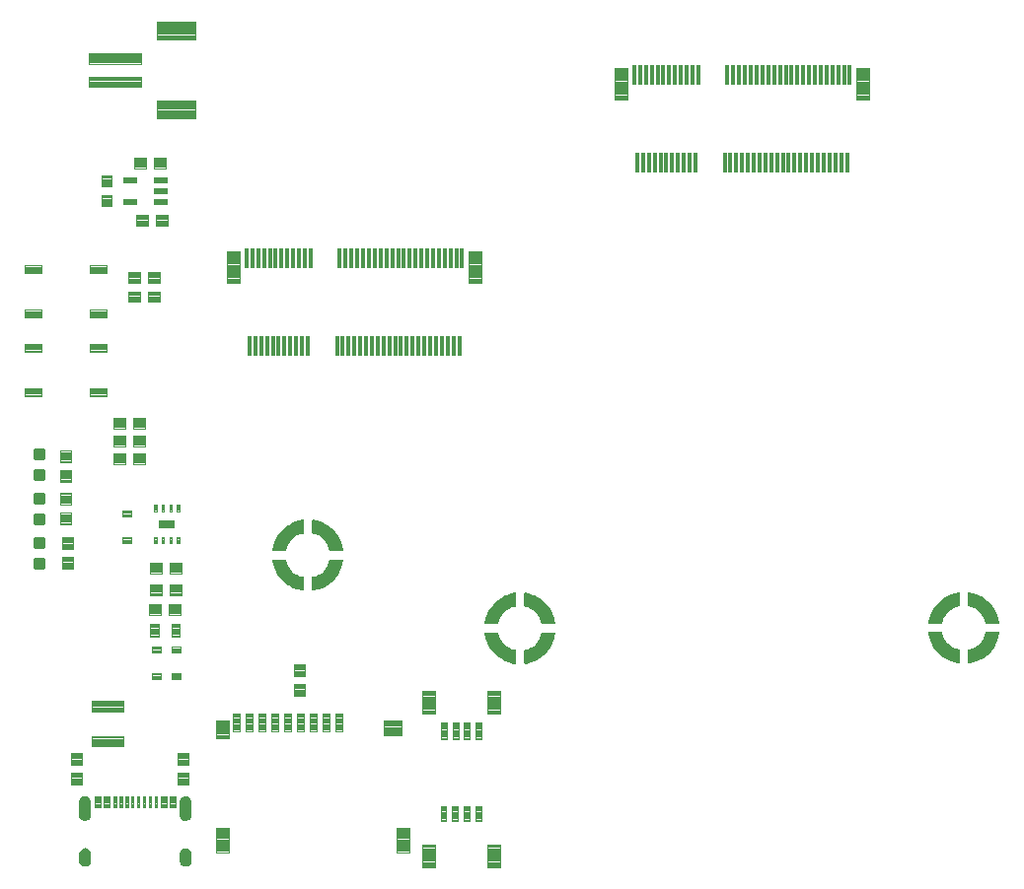
<source format=gtp>
G04 EAGLE Gerber RS-274X export*
G75*
%MOMM*%
%FSLAX34Y34*%
%LPD*%
%INSolderpaste Top*%
%IPPOS*%
%AMOC8*
5,1,8,0,0,1.08239X$1,22.5*%
G01*
%ADD10C,0.102000*%
%ADD11C,0.096000*%
%ADD12R,0.300000X1.750000*%
%ADD13C,0.099059*%
%ADD14C,0.100000*%
%ADD15C,0.105000*%
%ADD16C,0.098000*%
%ADD17C,0.100800*%
%ADD18R,1.375000X0.800000*%
%ADD19C,0.300000*%
%ADD20C,0.104000*%
%ADD21C,0.099000*%

G36*
X245741Y242053D02*
X245741Y242053D01*
X245786Y242054D01*
X245837Y242076D01*
X245892Y242089D01*
X245928Y242115D01*
X245968Y242133D01*
X246007Y242174D01*
X246052Y242207D01*
X246075Y242245D01*
X246105Y242277D01*
X246125Y242330D01*
X246154Y242378D01*
X246162Y242429D01*
X246175Y242463D01*
X246174Y242497D01*
X246181Y242542D01*
X246181Y253542D01*
X246171Y253595D01*
X246170Y253648D01*
X246151Y253691D01*
X246142Y253737D01*
X246111Y253781D01*
X246090Y253830D01*
X246056Y253862D01*
X246029Y253901D01*
X245984Y253930D01*
X245945Y253966D01*
X245894Y253987D01*
X245862Y254008D01*
X245830Y254013D01*
X245791Y254029D01*
X243056Y254640D01*
X240492Y255668D01*
X238128Y257095D01*
X236024Y258884D01*
X234235Y260988D01*
X232808Y263352D01*
X231780Y265916D01*
X231169Y268651D01*
X231147Y268700D01*
X231135Y268752D01*
X231107Y268790D01*
X231088Y268832D01*
X231049Y268869D01*
X231017Y268912D01*
X230977Y268936D01*
X230943Y268968D01*
X230892Y268986D01*
X230846Y269014D01*
X230792Y269023D01*
X230756Y269036D01*
X230724Y269034D01*
X230682Y269041D01*
X219682Y269041D01*
X219627Y269030D01*
X219571Y269029D01*
X219530Y269010D01*
X219487Y269002D01*
X219441Y268970D01*
X219390Y268947D01*
X219360Y268914D01*
X219323Y268889D01*
X219293Y268842D01*
X219255Y268800D01*
X219240Y268759D01*
X219216Y268722D01*
X219207Y268666D01*
X219188Y268613D01*
X219189Y268561D01*
X219183Y268525D01*
X219191Y268493D01*
X219191Y268488D01*
X219191Y268486D01*
X219191Y268485D01*
X219192Y268447D01*
X220031Y264126D01*
X220043Y264097D01*
X220051Y264055D01*
X221520Y259905D01*
X221536Y259878D01*
X221550Y259838D01*
X223616Y255951D01*
X223636Y255927D01*
X223655Y255889D01*
X226273Y252350D01*
X226297Y252329D01*
X226322Y252294D01*
X229434Y249182D01*
X229449Y249172D01*
X229457Y249161D01*
X229472Y249152D01*
X229490Y249133D01*
X233029Y246515D01*
X233057Y246502D01*
X233091Y246476D01*
X236978Y244410D01*
X237008Y244401D01*
X237045Y244380D01*
X241195Y242911D01*
X241226Y242906D01*
X241266Y242891D01*
X245587Y242052D01*
X245643Y242052D01*
X245699Y242043D01*
X245741Y242053D01*
G37*
G36*
X808859Y179569D02*
X808859Y179569D01*
X808904Y179570D01*
X808955Y179592D01*
X809010Y179605D01*
X809046Y179631D01*
X809086Y179649D01*
X809125Y179690D01*
X809170Y179723D01*
X809193Y179761D01*
X809223Y179793D01*
X809243Y179846D01*
X809272Y179894D01*
X809280Y179945D01*
X809293Y179979D01*
X809292Y180013D01*
X809299Y180058D01*
X809299Y191058D01*
X809289Y191111D01*
X809288Y191164D01*
X809269Y191207D01*
X809260Y191253D01*
X809229Y191297D01*
X809208Y191346D01*
X809174Y191378D01*
X809147Y191417D01*
X809102Y191446D01*
X809063Y191482D01*
X809012Y191503D01*
X808980Y191524D01*
X808948Y191529D01*
X808909Y191545D01*
X806174Y192156D01*
X803610Y193184D01*
X801246Y194611D01*
X799142Y196400D01*
X797353Y198504D01*
X795926Y200868D01*
X794898Y203432D01*
X794287Y206167D01*
X794265Y206216D01*
X794253Y206268D01*
X794225Y206306D01*
X794206Y206348D01*
X794167Y206385D01*
X794135Y206428D01*
X794095Y206452D01*
X794061Y206484D01*
X794010Y206502D01*
X793964Y206530D01*
X793910Y206539D01*
X793874Y206552D01*
X793842Y206550D01*
X793800Y206557D01*
X782800Y206557D01*
X782745Y206546D01*
X782689Y206545D01*
X782648Y206526D01*
X782605Y206518D01*
X782559Y206486D01*
X782508Y206463D01*
X782478Y206430D01*
X782441Y206405D01*
X782411Y206358D01*
X782373Y206316D01*
X782358Y206275D01*
X782334Y206238D01*
X782325Y206182D01*
X782306Y206129D01*
X782307Y206077D01*
X782301Y206041D01*
X782309Y206009D01*
X782309Y206004D01*
X782309Y206002D01*
X782309Y206001D01*
X782310Y205963D01*
X783149Y201642D01*
X783161Y201613D01*
X783169Y201571D01*
X784638Y197421D01*
X784654Y197394D01*
X784668Y197354D01*
X786734Y193467D01*
X786754Y193443D01*
X786773Y193405D01*
X789391Y189866D01*
X789415Y189845D01*
X789440Y189810D01*
X792552Y186698D01*
X792567Y186688D01*
X792575Y186677D01*
X792590Y186668D01*
X792608Y186649D01*
X796147Y184031D01*
X796175Y184018D01*
X796209Y183992D01*
X800096Y181926D01*
X800126Y181917D01*
X800163Y181896D01*
X804313Y180427D01*
X804344Y180422D01*
X804384Y180407D01*
X808705Y179568D01*
X808761Y179568D01*
X808817Y179559D01*
X808859Y179569D01*
G37*
G36*
X427859Y179315D02*
X427859Y179315D01*
X427904Y179316D01*
X427955Y179338D01*
X428010Y179351D01*
X428046Y179377D01*
X428086Y179395D01*
X428125Y179436D01*
X428170Y179469D01*
X428193Y179507D01*
X428223Y179539D01*
X428243Y179592D01*
X428272Y179640D01*
X428280Y179691D01*
X428293Y179725D01*
X428292Y179759D01*
X428299Y179804D01*
X428299Y190804D01*
X428289Y190857D01*
X428288Y190910D01*
X428269Y190953D01*
X428260Y190999D01*
X428229Y191043D01*
X428208Y191092D01*
X428174Y191124D01*
X428147Y191163D01*
X428102Y191192D01*
X428063Y191228D01*
X428012Y191249D01*
X427980Y191270D01*
X427948Y191275D01*
X427909Y191291D01*
X425174Y191902D01*
X422610Y192930D01*
X420246Y194357D01*
X418142Y196146D01*
X416353Y198250D01*
X414926Y200614D01*
X413898Y203178D01*
X413287Y205913D01*
X413265Y205962D01*
X413253Y206014D01*
X413225Y206052D01*
X413206Y206094D01*
X413167Y206131D01*
X413135Y206174D01*
X413095Y206198D01*
X413061Y206230D01*
X413010Y206248D01*
X412964Y206276D01*
X412910Y206285D01*
X412874Y206298D01*
X412842Y206296D01*
X412800Y206303D01*
X401800Y206303D01*
X401745Y206292D01*
X401689Y206291D01*
X401648Y206272D01*
X401605Y206264D01*
X401559Y206232D01*
X401508Y206209D01*
X401478Y206176D01*
X401441Y206151D01*
X401411Y206104D01*
X401373Y206062D01*
X401358Y206021D01*
X401334Y205984D01*
X401325Y205928D01*
X401306Y205875D01*
X401307Y205823D01*
X401301Y205787D01*
X401309Y205755D01*
X401309Y205750D01*
X401309Y205748D01*
X401309Y205747D01*
X401310Y205709D01*
X402149Y201388D01*
X402161Y201359D01*
X402169Y201317D01*
X403638Y197167D01*
X403654Y197140D01*
X403668Y197100D01*
X405734Y193213D01*
X405754Y193189D01*
X405773Y193151D01*
X408391Y189612D01*
X408415Y189591D01*
X408440Y189556D01*
X411552Y186444D01*
X411567Y186434D01*
X411575Y186423D01*
X411590Y186414D01*
X411608Y186395D01*
X415147Y183777D01*
X415175Y183764D01*
X415209Y183738D01*
X419096Y181672D01*
X419126Y181663D01*
X419163Y181642D01*
X423313Y180173D01*
X423344Y180168D01*
X423384Y180153D01*
X427705Y179314D01*
X427761Y179314D01*
X427817Y179305D01*
X427859Y179315D01*
G37*
G36*
X230735Y276053D02*
X230735Y276053D01*
X230788Y276054D01*
X230831Y276073D01*
X230877Y276082D01*
X230921Y276113D01*
X230970Y276134D01*
X231002Y276168D01*
X231041Y276195D01*
X231070Y276240D01*
X231106Y276279D01*
X231127Y276330D01*
X231148Y276362D01*
X231153Y276394D01*
X231169Y276433D01*
X231780Y279168D01*
X232808Y281732D01*
X234235Y284096D01*
X236024Y286200D01*
X238128Y287989D01*
X240492Y289416D01*
X243056Y290444D01*
X245791Y291055D01*
X245840Y291077D01*
X245892Y291089D01*
X245930Y291117D01*
X245972Y291136D01*
X246009Y291175D01*
X246052Y291207D01*
X246076Y291247D01*
X246108Y291281D01*
X246126Y291332D01*
X246154Y291378D01*
X246163Y291432D01*
X246176Y291468D01*
X246174Y291500D01*
X246181Y291542D01*
X246181Y302542D01*
X246170Y302597D01*
X246169Y302653D01*
X246150Y302694D01*
X246142Y302737D01*
X246110Y302783D01*
X246087Y302835D01*
X246054Y302864D01*
X246029Y302901D01*
X245982Y302931D01*
X245940Y302969D01*
X245899Y302984D01*
X245862Y303008D01*
X245806Y303017D01*
X245753Y303036D01*
X245701Y303035D01*
X245665Y303041D01*
X245633Y303033D01*
X245587Y303032D01*
X241266Y302193D01*
X241237Y302181D01*
X241195Y302173D01*
X237045Y300704D01*
X237018Y300688D01*
X236978Y300674D01*
X233091Y298608D01*
X233067Y298588D01*
X233029Y298569D01*
X229490Y295951D01*
X229469Y295927D01*
X229434Y295902D01*
X226322Y292790D01*
X226304Y292764D01*
X226273Y292734D01*
X223655Y289196D01*
X223642Y289167D01*
X223616Y289133D01*
X221550Y285246D01*
X221543Y285223D01*
X221534Y285209D01*
X221533Y285201D01*
X221520Y285179D01*
X220051Y281029D01*
X220046Y280998D01*
X220031Y280958D01*
X219192Y276637D01*
X219192Y276581D01*
X219183Y276525D01*
X219193Y276483D01*
X219194Y276438D01*
X219216Y276387D01*
X219229Y276332D01*
X219255Y276297D01*
X219273Y276256D01*
X219314Y276217D01*
X219347Y276172D01*
X219385Y276149D01*
X219417Y276119D01*
X219470Y276099D01*
X219518Y276070D01*
X219569Y276062D01*
X219603Y276049D01*
X219637Y276050D01*
X219682Y276043D01*
X230682Y276043D01*
X230735Y276053D01*
G37*
G36*
X793853Y213569D02*
X793853Y213569D01*
X793906Y213570D01*
X793949Y213589D01*
X793995Y213598D01*
X794039Y213629D01*
X794088Y213650D01*
X794120Y213684D01*
X794159Y213711D01*
X794188Y213756D01*
X794224Y213795D01*
X794245Y213846D01*
X794266Y213878D01*
X794271Y213910D01*
X794287Y213949D01*
X794898Y216684D01*
X795926Y219248D01*
X797353Y221612D01*
X799142Y223716D01*
X801246Y225505D01*
X803610Y226932D01*
X806174Y227960D01*
X808909Y228571D01*
X808958Y228593D01*
X809010Y228605D01*
X809048Y228633D01*
X809090Y228652D01*
X809127Y228691D01*
X809170Y228723D01*
X809194Y228763D01*
X809226Y228797D01*
X809244Y228848D01*
X809272Y228894D01*
X809281Y228948D01*
X809294Y228984D01*
X809292Y229016D01*
X809299Y229058D01*
X809299Y240058D01*
X809288Y240113D01*
X809287Y240169D01*
X809268Y240210D01*
X809260Y240253D01*
X809228Y240299D01*
X809205Y240351D01*
X809172Y240380D01*
X809147Y240417D01*
X809100Y240447D01*
X809058Y240485D01*
X809017Y240500D01*
X808980Y240524D01*
X808924Y240533D01*
X808871Y240552D01*
X808819Y240551D01*
X808783Y240557D01*
X808751Y240549D01*
X808705Y240548D01*
X804384Y239709D01*
X804355Y239697D01*
X804313Y239689D01*
X800163Y238220D01*
X800136Y238204D01*
X800096Y238190D01*
X796209Y236124D01*
X796185Y236104D01*
X796147Y236085D01*
X792608Y233467D01*
X792587Y233443D01*
X792552Y233418D01*
X789440Y230306D01*
X789422Y230280D01*
X789391Y230250D01*
X786773Y226712D01*
X786760Y226683D01*
X786734Y226649D01*
X784668Y222762D01*
X784661Y222739D01*
X784652Y222725D01*
X784651Y222717D01*
X784638Y222695D01*
X783169Y218545D01*
X783164Y218514D01*
X783149Y218474D01*
X782310Y214153D01*
X782310Y214097D01*
X782301Y214041D01*
X782311Y213999D01*
X782312Y213954D01*
X782334Y213903D01*
X782347Y213848D01*
X782373Y213813D01*
X782391Y213772D01*
X782432Y213733D01*
X782465Y213688D01*
X782503Y213665D01*
X782535Y213635D01*
X782588Y213615D01*
X782636Y213586D01*
X782687Y213578D01*
X782721Y213565D01*
X782755Y213566D01*
X782800Y213559D01*
X793800Y213559D01*
X793853Y213569D01*
G37*
G36*
X412853Y213315D02*
X412853Y213315D01*
X412906Y213316D01*
X412949Y213335D01*
X412995Y213344D01*
X413039Y213375D01*
X413088Y213396D01*
X413120Y213430D01*
X413159Y213457D01*
X413188Y213502D01*
X413224Y213541D01*
X413245Y213592D01*
X413266Y213624D01*
X413271Y213656D01*
X413287Y213695D01*
X413898Y216430D01*
X414926Y218994D01*
X416353Y221358D01*
X418142Y223462D01*
X420246Y225251D01*
X422610Y226678D01*
X425174Y227706D01*
X427909Y228317D01*
X427958Y228339D01*
X428010Y228351D01*
X428048Y228379D01*
X428090Y228398D01*
X428127Y228437D01*
X428170Y228469D01*
X428194Y228509D01*
X428226Y228543D01*
X428244Y228594D01*
X428272Y228640D01*
X428281Y228694D01*
X428294Y228730D01*
X428292Y228762D01*
X428299Y228804D01*
X428299Y239804D01*
X428288Y239859D01*
X428287Y239915D01*
X428268Y239956D01*
X428260Y239999D01*
X428228Y240045D01*
X428205Y240097D01*
X428172Y240126D01*
X428147Y240163D01*
X428100Y240193D01*
X428058Y240231D01*
X428017Y240246D01*
X427980Y240270D01*
X427924Y240279D01*
X427871Y240298D01*
X427819Y240297D01*
X427783Y240303D01*
X427751Y240295D01*
X427705Y240294D01*
X423384Y239455D01*
X423355Y239443D01*
X423313Y239435D01*
X419163Y237966D01*
X419136Y237950D01*
X419096Y237936D01*
X415209Y235870D01*
X415185Y235850D01*
X415147Y235831D01*
X411608Y233213D01*
X411587Y233189D01*
X411552Y233164D01*
X408440Y230052D01*
X408422Y230026D01*
X408391Y229996D01*
X405773Y226458D01*
X405760Y226429D01*
X405734Y226395D01*
X403668Y222508D01*
X403661Y222485D01*
X403652Y222471D01*
X403651Y222463D01*
X403638Y222441D01*
X402169Y218291D01*
X402164Y218260D01*
X402149Y218220D01*
X401310Y213899D01*
X401310Y213843D01*
X401301Y213787D01*
X401311Y213745D01*
X401312Y213700D01*
X401334Y213649D01*
X401347Y213594D01*
X401373Y213559D01*
X401391Y213518D01*
X401432Y213479D01*
X401465Y213434D01*
X401503Y213411D01*
X401535Y213381D01*
X401588Y213361D01*
X401636Y213332D01*
X401687Y213324D01*
X401721Y213311D01*
X401755Y213312D01*
X401800Y213305D01*
X412800Y213305D01*
X412853Y213315D01*
G37*
G36*
X279737Y276054D02*
X279737Y276054D01*
X279793Y276055D01*
X279834Y276074D01*
X279877Y276082D01*
X279923Y276114D01*
X279975Y276137D01*
X280004Y276170D01*
X280041Y276195D01*
X280071Y276242D01*
X280109Y276284D01*
X280124Y276325D01*
X280148Y276362D01*
X280157Y276418D01*
X280176Y276471D01*
X280175Y276523D01*
X280181Y276559D01*
X280173Y276591D01*
X280172Y276637D01*
X279333Y280958D01*
X279321Y280987D01*
X279313Y281029D01*
X277844Y285179D01*
X277828Y285206D01*
X277819Y285233D01*
X277817Y285239D01*
X277816Y285241D01*
X277814Y285246D01*
X275748Y289133D01*
X275728Y289157D01*
X275709Y289196D01*
X273091Y292734D01*
X273067Y292755D01*
X273042Y292790D01*
X269930Y295902D01*
X269904Y295920D01*
X269874Y295951D01*
X266336Y298569D01*
X266307Y298582D01*
X266273Y298608D01*
X262386Y300674D01*
X262356Y300683D01*
X262319Y300704D01*
X258169Y302173D01*
X258138Y302178D01*
X258098Y302193D01*
X253777Y303032D01*
X253721Y303032D01*
X253665Y303041D01*
X253623Y303031D01*
X253578Y303030D01*
X253527Y303008D01*
X253472Y302995D01*
X253437Y302969D01*
X253396Y302951D01*
X253357Y302910D01*
X253312Y302877D01*
X253289Y302839D01*
X253259Y302807D01*
X253239Y302754D01*
X253210Y302706D01*
X253202Y302655D01*
X253189Y302621D01*
X253190Y302587D01*
X253183Y302542D01*
X253183Y291542D01*
X253193Y291489D01*
X253194Y291436D01*
X253213Y291393D01*
X253222Y291347D01*
X253253Y291303D01*
X253274Y291254D01*
X253308Y291222D01*
X253335Y291183D01*
X253380Y291154D01*
X253419Y291118D01*
X253470Y291097D01*
X253502Y291076D01*
X253534Y291071D01*
X253573Y291055D01*
X256308Y290444D01*
X258872Y289416D01*
X261236Y287989D01*
X263340Y286200D01*
X265129Y284096D01*
X266556Y281732D01*
X267584Y279168D01*
X268195Y276433D01*
X268217Y276384D01*
X268229Y276332D01*
X268257Y276294D01*
X268276Y276252D01*
X268315Y276215D01*
X268347Y276172D01*
X268387Y276148D01*
X268421Y276116D01*
X268472Y276098D01*
X268518Y276070D01*
X268572Y276061D01*
X268608Y276048D01*
X268640Y276050D01*
X268682Y276043D01*
X279682Y276043D01*
X279737Y276054D01*
G37*
G36*
X842855Y213570D02*
X842855Y213570D01*
X842911Y213571D01*
X842952Y213590D01*
X842995Y213598D01*
X843041Y213630D01*
X843093Y213653D01*
X843122Y213686D01*
X843159Y213711D01*
X843189Y213758D01*
X843227Y213800D01*
X843242Y213841D01*
X843266Y213878D01*
X843275Y213934D01*
X843294Y213987D01*
X843293Y214039D01*
X843299Y214075D01*
X843291Y214107D01*
X843290Y214153D01*
X842451Y218474D01*
X842439Y218503D01*
X842431Y218545D01*
X840962Y222695D01*
X840946Y222722D01*
X840937Y222749D01*
X840935Y222755D01*
X840934Y222757D01*
X840932Y222762D01*
X838866Y226649D01*
X838846Y226673D01*
X838827Y226712D01*
X836209Y230250D01*
X836185Y230271D01*
X836160Y230306D01*
X833048Y233418D01*
X833022Y233436D01*
X832992Y233467D01*
X829454Y236085D01*
X829425Y236098D01*
X829391Y236124D01*
X825504Y238190D01*
X825474Y238199D01*
X825437Y238220D01*
X821287Y239689D01*
X821256Y239694D01*
X821216Y239709D01*
X816895Y240548D01*
X816839Y240548D01*
X816783Y240557D01*
X816741Y240547D01*
X816696Y240546D01*
X816645Y240524D01*
X816590Y240511D01*
X816555Y240485D01*
X816514Y240467D01*
X816475Y240426D01*
X816430Y240393D01*
X816407Y240355D01*
X816377Y240323D01*
X816357Y240270D01*
X816328Y240222D01*
X816320Y240171D01*
X816307Y240137D01*
X816308Y240103D01*
X816301Y240058D01*
X816301Y229058D01*
X816311Y229005D01*
X816312Y228952D01*
X816331Y228909D01*
X816340Y228863D01*
X816371Y228819D01*
X816392Y228770D01*
X816426Y228738D01*
X816453Y228699D01*
X816498Y228670D01*
X816537Y228634D01*
X816588Y228613D01*
X816620Y228592D01*
X816652Y228587D01*
X816691Y228571D01*
X819426Y227960D01*
X821990Y226932D01*
X824354Y225505D01*
X826458Y223716D01*
X828247Y221612D01*
X829674Y219248D01*
X830702Y216684D01*
X831313Y213949D01*
X831335Y213900D01*
X831347Y213848D01*
X831375Y213810D01*
X831394Y213768D01*
X831433Y213731D01*
X831465Y213688D01*
X831505Y213664D01*
X831539Y213632D01*
X831590Y213614D01*
X831636Y213586D01*
X831690Y213577D01*
X831726Y213564D01*
X831758Y213566D01*
X831800Y213559D01*
X842800Y213559D01*
X842855Y213570D01*
G37*
G36*
X461855Y213316D02*
X461855Y213316D01*
X461911Y213317D01*
X461952Y213336D01*
X461995Y213344D01*
X462041Y213376D01*
X462093Y213399D01*
X462122Y213432D01*
X462159Y213457D01*
X462189Y213504D01*
X462227Y213546D01*
X462242Y213587D01*
X462266Y213624D01*
X462275Y213680D01*
X462294Y213733D01*
X462293Y213785D01*
X462299Y213821D01*
X462291Y213853D01*
X462290Y213899D01*
X461451Y218220D01*
X461439Y218249D01*
X461431Y218291D01*
X459962Y222441D01*
X459946Y222468D01*
X459937Y222495D01*
X459935Y222501D01*
X459934Y222503D01*
X459932Y222508D01*
X457866Y226395D01*
X457846Y226419D01*
X457827Y226458D01*
X455209Y229996D01*
X455185Y230017D01*
X455160Y230052D01*
X452048Y233164D01*
X452022Y233182D01*
X451992Y233213D01*
X448454Y235831D01*
X448425Y235844D01*
X448391Y235870D01*
X444504Y237936D01*
X444474Y237945D01*
X444437Y237966D01*
X440287Y239435D01*
X440256Y239440D01*
X440216Y239455D01*
X435895Y240294D01*
X435839Y240294D01*
X435783Y240303D01*
X435741Y240293D01*
X435696Y240292D01*
X435645Y240270D01*
X435590Y240257D01*
X435555Y240231D01*
X435514Y240213D01*
X435475Y240172D01*
X435430Y240139D01*
X435407Y240101D01*
X435377Y240069D01*
X435357Y240016D01*
X435328Y239968D01*
X435320Y239917D01*
X435307Y239883D01*
X435308Y239849D01*
X435301Y239804D01*
X435301Y228804D01*
X435311Y228751D01*
X435312Y228698D01*
X435331Y228655D01*
X435340Y228609D01*
X435371Y228565D01*
X435392Y228516D01*
X435426Y228484D01*
X435453Y228445D01*
X435498Y228416D01*
X435537Y228380D01*
X435588Y228359D01*
X435620Y228338D01*
X435652Y228333D01*
X435691Y228317D01*
X438426Y227706D01*
X440990Y226678D01*
X443354Y225251D01*
X445458Y223462D01*
X447247Y221358D01*
X448674Y218994D01*
X449702Y216430D01*
X450313Y213695D01*
X450335Y213646D01*
X450347Y213594D01*
X450375Y213556D01*
X450394Y213514D01*
X450433Y213477D01*
X450465Y213434D01*
X450505Y213410D01*
X450539Y213378D01*
X450590Y213360D01*
X450636Y213332D01*
X450690Y213323D01*
X450726Y213310D01*
X450758Y213312D01*
X450800Y213305D01*
X461800Y213305D01*
X461855Y213316D01*
G37*
G36*
X253731Y242051D02*
X253731Y242051D01*
X253777Y242052D01*
X258098Y242891D01*
X258127Y242903D01*
X258169Y242911D01*
X262319Y244380D01*
X262346Y244396D01*
X262386Y244410D01*
X266273Y246476D01*
X266297Y246496D01*
X266336Y246515D01*
X269874Y249133D01*
X269895Y249157D01*
X269930Y249182D01*
X273042Y252294D01*
X273060Y252321D01*
X273091Y252350D01*
X275709Y255889D01*
X275722Y255917D01*
X275748Y255951D01*
X277814Y259838D01*
X277823Y259868D01*
X277844Y259905D01*
X279313Y264055D01*
X279318Y264086D01*
X279333Y264126D01*
X280172Y268447D01*
X280172Y268503D01*
X280181Y268559D01*
X280171Y268601D01*
X280170Y268646D01*
X280148Y268697D01*
X280135Y268752D01*
X280109Y268788D01*
X280091Y268828D01*
X280050Y268867D01*
X280017Y268912D01*
X279979Y268935D01*
X279947Y268965D01*
X279894Y268985D01*
X279846Y269014D01*
X279795Y269022D01*
X279761Y269035D01*
X279727Y269034D01*
X279682Y269041D01*
X268682Y269041D01*
X268629Y269031D01*
X268576Y269030D01*
X268533Y269011D01*
X268487Y269002D01*
X268443Y268971D01*
X268394Y268950D01*
X268362Y268916D01*
X268323Y268889D01*
X268294Y268844D01*
X268258Y268805D01*
X268237Y268754D01*
X268216Y268722D01*
X268211Y268690D01*
X268208Y268684D01*
X268207Y268683D01*
X268207Y268682D01*
X268195Y268651D01*
X267584Y265916D01*
X266556Y263352D01*
X265129Y260988D01*
X263340Y258884D01*
X261236Y257095D01*
X258872Y255668D01*
X256308Y254640D01*
X253573Y254029D01*
X253524Y254007D01*
X253472Y253995D01*
X253434Y253967D01*
X253392Y253948D01*
X253355Y253909D01*
X253312Y253877D01*
X253288Y253837D01*
X253256Y253803D01*
X253238Y253752D01*
X253210Y253706D01*
X253201Y253652D01*
X253188Y253616D01*
X253190Y253584D01*
X253183Y253542D01*
X253183Y242542D01*
X253194Y242487D01*
X253195Y242431D01*
X253214Y242390D01*
X253222Y242347D01*
X253254Y242301D01*
X253277Y242250D01*
X253310Y242220D01*
X253335Y242183D01*
X253382Y242153D01*
X253424Y242115D01*
X253465Y242100D01*
X253502Y242076D01*
X253558Y242067D01*
X253611Y242048D01*
X253663Y242049D01*
X253699Y242043D01*
X253731Y242051D01*
G37*
G36*
X816849Y179567D02*
X816849Y179567D01*
X816895Y179568D01*
X821216Y180407D01*
X821245Y180419D01*
X821287Y180427D01*
X825437Y181896D01*
X825464Y181912D01*
X825504Y181926D01*
X829391Y183992D01*
X829415Y184012D01*
X829454Y184031D01*
X832992Y186649D01*
X833013Y186673D01*
X833048Y186698D01*
X836160Y189810D01*
X836178Y189837D01*
X836209Y189866D01*
X838827Y193405D01*
X838840Y193433D01*
X838866Y193467D01*
X840932Y197354D01*
X840941Y197384D01*
X840962Y197421D01*
X842431Y201571D01*
X842436Y201602D01*
X842451Y201642D01*
X843290Y205963D01*
X843290Y206019D01*
X843299Y206075D01*
X843289Y206117D01*
X843288Y206162D01*
X843266Y206213D01*
X843253Y206268D01*
X843227Y206304D01*
X843209Y206344D01*
X843168Y206383D01*
X843135Y206428D01*
X843097Y206451D01*
X843065Y206481D01*
X843012Y206501D01*
X842964Y206530D01*
X842913Y206538D01*
X842879Y206551D01*
X842845Y206550D01*
X842800Y206557D01*
X831800Y206557D01*
X831747Y206547D01*
X831694Y206546D01*
X831651Y206527D01*
X831605Y206518D01*
X831561Y206487D01*
X831512Y206466D01*
X831480Y206432D01*
X831441Y206405D01*
X831412Y206360D01*
X831376Y206321D01*
X831355Y206270D01*
X831334Y206238D01*
X831329Y206206D01*
X831326Y206200D01*
X831325Y206199D01*
X831325Y206198D01*
X831313Y206167D01*
X830702Y203432D01*
X829674Y200868D01*
X828247Y198504D01*
X826458Y196400D01*
X824354Y194611D01*
X821990Y193184D01*
X819426Y192156D01*
X816691Y191545D01*
X816642Y191523D01*
X816590Y191511D01*
X816552Y191483D01*
X816510Y191464D01*
X816473Y191425D01*
X816430Y191393D01*
X816406Y191353D01*
X816374Y191319D01*
X816356Y191268D01*
X816328Y191222D01*
X816319Y191168D01*
X816306Y191132D01*
X816308Y191100D01*
X816301Y191058D01*
X816301Y180058D01*
X816312Y180003D01*
X816313Y179947D01*
X816332Y179906D01*
X816340Y179863D01*
X816372Y179817D01*
X816395Y179766D01*
X816428Y179736D01*
X816453Y179699D01*
X816500Y179669D01*
X816542Y179631D01*
X816583Y179616D01*
X816620Y179592D01*
X816676Y179583D01*
X816729Y179564D01*
X816781Y179565D01*
X816817Y179559D01*
X816849Y179567D01*
G37*
G36*
X435849Y179313D02*
X435849Y179313D01*
X435895Y179314D01*
X440216Y180153D01*
X440245Y180165D01*
X440287Y180173D01*
X444437Y181642D01*
X444464Y181658D01*
X444504Y181672D01*
X448391Y183738D01*
X448415Y183758D01*
X448454Y183777D01*
X451992Y186395D01*
X452013Y186419D01*
X452048Y186444D01*
X455160Y189556D01*
X455178Y189583D01*
X455209Y189612D01*
X457827Y193151D01*
X457840Y193179D01*
X457866Y193213D01*
X459932Y197100D01*
X459941Y197130D01*
X459962Y197167D01*
X461431Y201317D01*
X461436Y201348D01*
X461451Y201388D01*
X462290Y205709D01*
X462290Y205765D01*
X462299Y205821D01*
X462289Y205863D01*
X462288Y205908D01*
X462266Y205959D01*
X462253Y206014D01*
X462227Y206050D01*
X462209Y206090D01*
X462168Y206129D01*
X462135Y206174D01*
X462097Y206197D01*
X462065Y206227D01*
X462012Y206247D01*
X461964Y206276D01*
X461913Y206284D01*
X461879Y206297D01*
X461845Y206296D01*
X461800Y206303D01*
X450800Y206303D01*
X450747Y206293D01*
X450694Y206292D01*
X450651Y206273D01*
X450605Y206264D01*
X450561Y206233D01*
X450512Y206212D01*
X450480Y206178D01*
X450441Y206151D01*
X450412Y206106D01*
X450376Y206067D01*
X450355Y206016D01*
X450334Y205984D01*
X450329Y205952D01*
X450326Y205946D01*
X450325Y205945D01*
X450325Y205944D01*
X450313Y205913D01*
X449702Y203178D01*
X448674Y200614D01*
X447247Y198250D01*
X445458Y196146D01*
X443354Y194357D01*
X440990Y192930D01*
X438426Y191902D01*
X435691Y191291D01*
X435642Y191269D01*
X435590Y191257D01*
X435552Y191229D01*
X435510Y191210D01*
X435473Y191171D01*
X435430Y191139D01*
X435406Y191099D01*
X435374Y191065D01*
X435356Y191014D01*
X435328Y190968D01*
X435319Y190914D01*
X435306Y190878D01*
X435308Y190846D01*
X435301Y190804D01*
X435301Y179804D01*
X435312Y179749D01*
X435313Y179693D01*
X435332Y179652D01*
X435340Y179609D01*
X435372Y179563D01*
X435395Y179512D01*
X435428Y179482D01*
X435453Y179445D01*
X435500Y179415D01*
X435542Y179377D01*
X435583Y179362D01*
X435620Y179338D01*
X435676Y179329D01*
X435729Y179310D01*
X435781Y179311D01*
X435817Y179305D01*
X435849Y179313D01*
G37*
G36*
X144600Y44459D02*
X144600Y44459D01*
X144601Y44459D01*
X145669Y44478D01*
X145676Y44483D01*
X145680Y44479D01*
X146717Y44735D01*
X146722Y44742D01*
X146728Y44739D01*
X147682Y45220D01*
X147686Y45227D01*
X147691Y45226D01*
X148515Y45907D01*
X148516Y45915D01*
X148522Y45915D01*
X149173Y46762D01*
X149173Y46770D01*
X149179Y46771D01*
X149626Y47742D01*
X149624Y47750D01*
X149629Y47752D01*
X149848Y48798D01*
X149845Y48805D01*
X149849Y48808D01*
X149849Y60808D01*
X149846Y60813D01*
X149849Y60816D01*
X149669Y61911D01*
X149663Y61917D01*
X149666Y61922D01*
X149247Y62950D01*
X149240Y62954D01*
X149242Y62959D01*
X148605Y63868D01*
X148597Y63871D01*
X148597Y63876D01*
X147774Y64620D01*
X147766Y64621D01*
X147765Y64627D01*
X146797Y65169D01*
X146788Y65168D01*
X146786Y65174D01*
X145722Y65487D01*
X145717Y65485D01*
X145713Y65485D01*
X145711Y65489D01*
X144603Y65557D01*
X144597Y65553D01*
X144593Y65557D01*
X143485Y65387D01*
X143479Y65381D01*
X143474Y65384D01*
X142432Y64972D01*
X142428Y64965D01*
X142423Y64967D01*
X141498Y64333D01*
X141496Y64325D01*
X141490Y64326D01*
X140730Y63503D01*
X140729Y63494D01*
X140723Y63494D01*
X140166Y62522D01*
X140167Y62514D01*
X140161Y62512D01*
X139834Y61440D01*
X139837Y61432D01*
X139832Y61429D01*
X139751Y60312D01*
X139752Y60309D01*
X139751Y60308D01*
X139751Y48308D01*
X139756Y48301D01*
X139752Y48297D01*
X139971Y47353D01*
X139977Y47347D01*
X139975Y47342D01*
X140399Y46470D01*
X140406Y46467D01*
X140404Y46461D01*
X141011Y45705D01*
X141019Y45703D01*
X141019Y45697D01*
X141779Y45096D01*
X141788Y45096D01*
X141789Y45090D01*
X142664Y44672D01*
X142672Y44674D01*
X142674Y44669D01*
X143620Y44457D01*
X143627Y44460D01*
X143631Y44455D01*
X144600Y44459D01*
G37*
G36*
X59181Y44468D02*
X59181Y44468D01*
X59188Y44473D01*
X59192Y44469D01*
X60244Y44719D01*
X60249Y44725D01*
X60254Y44722D01*
X61224Y45199D01*
X61227Y45207D01*
X61233Y45205D01*
X62072Y45886D01*
X62074Y45894D01*
X62080Y45894D01*
X62746Y46745D01*
X62747Y46753D01*
X62752Y46754D01*
X63213Y47731D01*
X63211Y47739D01*
X63217Y47742D01*
X63448Y48797D01*
X63445Y48805D01*
X63449Y48808D01*
X63449Y60808D01*
X63445Y60813D01*
X63449Y60816D01*
X63256Y61922D01*
X63250Y61927D01*
X63253Y61932D01*
X62820Y62967D01*
X62813Y62971D01*
X62815Y62976D01*
X62162Y63889D01*
X62154Y63891D01*
X62155Y63897D01*
X61316Y64641D01*
X61307Y64642D01*
X61307Y64647D01*
X60323Y65186D01*
X60315Y65185D01*
X60313Y65190D01*
X59234Y65497D01*
X59226Y65494D01*
X59223Y65499D01*
X58103Y65557D01*
X58098Y65554D01*
X58095Y65557D01*
X57049Y65439D01*
X57043Y65433D01*
X57038Y65437D01*
X56044Y65089D01*
X56040Y65082D01*
X56035Y65084D01*
X55143Y64524D01*
X55141Y64517D01*
X55135Y64517D01*
X54391Y63773D01*
X54389Y63765D01*
X54384Y63765D01*
X53824Y62873D01*
X53824Y62865D01*
X53819Y62864D01*
X53471Y61870D01*
X53474Y61862D01*
X53469Y61859D01*
X53351Y60814D01*
X53353Y60810D01*
X53351Y60808D01*
X53351Y48808D01*
X53354Y48803D01*
X53351Y48800D01*
X53509Y47804D01*
X53515Y47798D01*
X53512Y47793D01*
X53887Y46857D01*
X53894Y46853D01*
X53892Y46847D01*
X54466Y46018D01*
X54474Y46015D01*
X54473Y46010D01*
X55217Y45329D01*
X55226Y45328D01*
X55226Y45322D01*
X56103Y44824D01*
X56112Y44825D01*
X56114Y44820D01*
X57079Y44529D01*
X57087Y44532D01*
X57090Y44527D01*
X58097Y44459D01*
X58099Y44460D01*
X58100Y44459D01*
X59181Y44468D01*
G37*
G36*
X145104Y4963D02*
X145104Y4963D01*
X145107Y4959D01*
X146183Y5114D01*
X146188Y5120D01*
X146193Y5117D01*
X147207Y5507D01*
X147211Y5514D01*
X147217Y5513D01*
X148119Y6119D01*
X148121Y6127D01*
X148127Y6126D01*
X148871Y6918D01*
X148872Y6926D01*
X148878Y6926D01*
X149427Y7864D01*
X149426Y7872D01*
X149432Y7874D01*
X149759Y8910D01*
X149756Y8918D01*
X149761Y8921D01*
X149849Y10004D01*
X149847Y10007D01*
X149849Y10008D01*
X149849Y16008D01*
X149846Y16012D01*
X149849Y16014D01*
X149699Y17147D01*
X149693Y17153D01*
X149696Y17158D01*
X149298Y18228D01*
X149291Y18232D01*
X149293Y18238D01*
X148666Y19193D01*
X148658Y19196D01*
X148659Y19201D01*
X147836Y19993D01*
X147828Y19994D01*
X147827Y20000D01*
X146848Y20589D01*
X146840Y20588D01*
X146838Y20593D01*
X145753Y20949D01*
X145745Y20947D01*
X145742Y20951D01*
X144605Y21057D01*
X144596Y21052D01*
X144591Y21056D01*
X143454Y20849D01*
X143448Y20843D01*
X143443Y20846D01*
X142381Y20391D01*
X142377Y20384D01*
X142371Y20386D01*
X141436Y19706D01*
X141434Y19698D01*
X141428Y19699D01*
X140668Y18828D01*
X140668Y18820D01*
X140662Y18819D01*
X140115Y17800D01*
X140116Y17792D01*
X140111Y17790D01*
X140107Y17777D01*
X140094Y17728D01*
X140093Y17728D01*
X140094Y17728D01*
X140080Y17679D01*
X140066Y17629D01*
X140053Y17580D01*
X140039Y17531D01*
X140026Y17482D01*
X140012Y17432D01*
X139999Y17383D01*
X139985Y17334D01*
X139971Y17285D01*
X139958Y17235D01*
X139944Y17186D01*
X139931Y17137D01*
X139917Y17088D01*
X139904Y17038D01*
X139890Y16989D01*
X139877Y16940D01*
X139876Y16940D01*
X139863Y16891D01*
X139849Y16841D01*
X139804Y16676D01*
X139807Y16668D01*
X139802Y16665D01*
X139751Y15510D01*
X139752Y15509D01*
X139751Y15508D01*
X139751Y9508D01*
X139755Y9502D01*
X139752Y9499D01*
X139964Y8418D01*
X139970Y8413D01*
X139967Y8408D01*
X140414Y7402D01*
X140421Y7398D01*
X140419Y7392D01*
X141079Y6511D01*
X141087Y6508D01*
X141087Y6503D01*
X141926Y5790D01*
X141934Y5790D01*
X141935Y5784D01*
X142912Y5276D01*
X142920Y5277D01*
X142922Y5272D01*
X143987Y4994D01*
X143995Y4997D01*
X143998Y4993D01*
X145099Y4959D01*
X145104Y4963D01*
G37*
G36*
X58602Y4963D02*
X58602Y4963D01*
X58607Y4959D01*
X59694Y5104D01*
X59700Y5110D01*
X59705Y5107D01*
X60733Y5491D01*
X60738Y5497D01*
X60743Y5496D01*
X61660Y6098D01*
X61663Y6106D01*
X61669Y6105D01*
X62429Y6897D01*
X62430Y6905D01*
X62436Y6906D01*
X63000Y7847D01*
X63000Y7850D01*
X63001Y7851D01*
X63000Y7853D01*
X62999Y7855D01*
X63005Y7857D01*
X63346Y8900D01*
X63344Y8908D01*
X63348Y8911D01*
X63449Y10004D01*
X63447Y10006D01*
X63449Y10008D01*
X63449Y16008D01*
X63447Y16011D01*
X63449Y16013D01*
X63348Y17105D01*
X63343Y17111D01*
X63346Y17116D01*
X63005Y18159D01*
X62998Y18164D01*
X63000Y18169D01*
X62436Y19110D01*
X62428Y19113D01*
X62429Y19119D01*
X61669Y19911D01*
X61661Y19912D01*
X61660Y19918D01*
X60743Y20521D01*
X60735Y20520D01*
X60733Y20526D01*
X59705Y20909D01*
X59697Y20907D01*
X59694Y20912D01*
X58607Y21057D01*
X58599Y21053D01*
X58595Y21057D01*
X57458Y20951D01*
X57452Y20946D01*
X57447Y20949D01*
X56362Y20593D01*
X56357Y20586D01*
X56352Y20589D01*
X55373Y20000D01*
X55370Y19992D01*
X55364Y19993D01*
X54541Y19201D01*
X54540Y19193D01*
X54534Y19193D01*
X53907Y18238D01*
X53908Y18230D01*
X53902Y18228D01*
X53504Y17158D01*
X53506Y17150D01*
X53501Y17147D01*
X53351Y16014D01*
X53354Y16010D01*
X53351Y16008D01*
X53351Y10008D01*
X53354Y10004D01*
X53351Y10002D01*
X53501Y8869D01*
X53507Y8863D01*
X53504Y8858D01*
X53902Y7788D01*
X53909Y7784D01*
X53907Y7778D01*
X54534Y6823D01*
X54542Y6820D01*
X54541Y6815D01*
X55364Y6023D01*
X55372Y6022D01*
X55373Y6016D01*
X56352Y5427D01*
X56360Y5428D01*
X56362Y5423D01*
X57447Y5067D01*
X57455Y5070D01*
X57458Y5065D01*
X58595Y4959D01*
X58602Y4963D01*
G37*
D10*
X368710Y114810D02*
X363730Y114810D01*
X363730Y129290D01*
X368710Y129290D01*
X368710Y114810D01*
X368710Y115779D02*
X363730Y115779D01*
X363730Y116748D02*
X368710Y116748D01*
X368710Y117717D02*
X363730Y117717D01*
X363730Y118686D02*
X368710Y118686D01*
X368710Y119655D02*
X363730Y119655D01*
X363730Y120624D02*
X368710Y120624D01*
X368710Y121593D02*
X363730Y121593D01*
X363730Y122562D02*
X368710Y122562D01*
X368710Y123531D02*
X363730Y123531D01*
X363730Y124500D02*
X368710Y124500D01*
X368710Y125469D02*
X363730Y125469D01*
X363730Y126438D02*
X368710Y126438D01*
X368710Y127407D02*
X363730Y127407D01*
X363730Y128376D02*
X368710Y128376D01*
X373730Y114810D02*
X378710Y114810D01*
X373730Y114810D02*
X373730Y129290D01*
X378710Y129290D01*
X378710Y114810D01*
X378710Y115779D02*
X373730Y115779D01*
X373730Y116748D02*
X378710Y116748D01*
X378710Y117717D02*
X373730Y117717D01*
X373730Y118686D02*
X378710Y118686D01*
X378710Y119655D02*
X373730Y119655D01*
X373730Y120624D02*
X378710Y120624D01*
X378710Y121593D02*
X373730Y121593D01*
X373730Y122562D02*
X378710Y122562D01*
X378710Y123531D02*
X373730Y123531D01*
X373730Y124500D02*
X378710Y124500D01*
X378710Y125469D02*
X373730Y125469D01*
X373730Y126438D02*
X378710Y126438D01*
X378710Y127407D02*
X373730Y127407D01*
X373730Y128376D02*
X378710Y128376D01*
X383730Y114810D02*
X388710Y114810D01*
X383730Y114810D02*
X383730Y129290D01*
X388710Y129290D01*
X388710Y114810D01*
X388710Y115779D02*
X383730Y115779D01*
X383730Y116748D02*
X388710Y116748D01*
X388710Y117717D02*
X383730Y117717D01*
X383730Y118686D02*
X388710Y118686D01*
X388710Y119655D02*
X383730Y119655D01*
X383730Y120624D02*
X388710Y120624D01*
X388710Y121593D02*
X383730Y121593D01*
X383730Y122562D02*
X388710Y122562D01*
X388710Y123531D02*
X383730Y123531D01*
X383730Y124500D02*
X388710Y124500D01*
X388710Y125469D02*
X383730Y125469D01*
X383730Y126438D02*
X388710Y126438D01*
X388710Y127407D02*
X383730Y127407D01*
X383730Y128376D02*
X388710Y128376D01*
X393730Y114810D02*
X398710Y114810D01*
X393730Y114810D02*
X393730Y129290D01*
X398710Y129290D01*
X398710Y114810D01*
X398710Y115779D02*
X393730Y115779D01*
X393730Y116748D02*
X398710Y116748D01*
X398710Y117717D02*
X393730Y117717D01*
X393730Y118686D02*
X398710Y118686D01*
X398710Y119655D02*
X393730Y119655D01*
X393730Y120624D02*
X398710Y120624D01*
X398710Y121593D02*
X393730Y121593D01*
X393730Y122562D02*
X398710Y122562D01*
X398710Y123531D02*
X393730Y123531D01*
X393730Y124500D02*
X398710Y124500D01*
X398710Y125469D02*
X393730Y125469D01*
X393730Y126438D02*
X398710Y126438D01*
X398710Y127407D02*
X393730Y127407D01*
X393730Y128376D02*
X398710Y128376D01*
D11*
X358740Y136780D02*
X347700Y136780D01*
X347700Y155820D01*
X358740Y155820D01*
X358740Y136780D01*
X358740Y137692D02*
X347700Y137692D01*
X347700Y138604D02*
X358740Y138604D01*
X358740Y139516D02*
X347700Y139516D01*
X347700Y140428D02*
X358740Y140428D01*
X358740Y141340D02*
X347700Y141340D01*
X347700Y142252D02*
X358740Y142252D01*
X358740Y143164D02*
X347700Y143164D01*
X347700Y144076D02*
X358740Y144076D01*
X358740Y144988D02*
X347700Y144988D01*
X347700Y145900D02*
X358740Y145900D01*
X358740Y146812D02*
X347700Y146812D01*
X347700Y147724D02*
X358740Y147724D01*
X358740Y148636D02*
X347700Y148636D01*
X347700Y149548D02*
X358740Y149548D01*
X358740Y150460D02*
X347700Y150460D01*
X347700Y151372D02*
X358740Y151372D01*
X358740Y152284D02*
X347700Y152284D01*
X347700Y153196D02*
X358740Y153196D01*
X358740Y154108D02*
X347700Y154108D01*
X347700Y155020D02*
X358740Y155020D01*
X403700Y136780D02*
X414740Y136780D01*
X403700Y136780D02*
X403700Y155820D01*
X414740Y155820D01*
X414740Y136780D01*
X414740Y137692D02*
X403700Y137692D01*
X403700Y138604D02*
X414740Y138604D01*
X414740Y139516D02*
X403700Y139516D01*
X403700Y140428D02*
X414740Y140428D01*
X414740Y141340D02*
X403700Y141340D01*
X403700Y142252D02*
X414740Y142252D01*
X414740Y143164D02*
X403700Y143164D01*
X403700Y144076D02*
X414740Y144076D01*
X414740Y144988D02*
X403700Y144988D01*
X403700Y145900D02*
X414740Y145900D01*
X414740Y146812D02*
X403700Y146812D01*
X403700Y147724D02*
X414740Y147724D01*
X414740Y148636D02*
X403700Y148636D01*
X403700Y149548D02*
X414740Y149548D01*
X414740Y150460D02*
X403700Y150460D01*
X403700Y151372D02*
X414740Y151372D01*
X414740Y152284D02*
X403700Y152284D01*
X403700Y153196D02*
X414740Y153196D01*
X414740Y154108D02*
X403700Y154108D01*
X403700Y155020D02*
X414740Y155020D01*
X358520Y4530D02*
X347480Y4530D01*
X347480Y23570D01*
X358520Y23570D01*
X358520Y4530D01*
X358520Y5442D02*
X347480Y5442D01*
X347480Y6354D02*
X358520Y6354D01*
X358520Y7266D02*
X347480Y7266D01*
X347480Y8178D02*
X358520Y8178D01*
X358520Y9090D02*
X347480Y9090D01*
X347480Y10002D02*
X358520Y10002D01*
X358520Y10914D02*
X347480Y10914D01*
X347480Y11826D02*
X358520Y11826D01*
X358520Y12738D02*
X347480Y12738D01*
X347480Y13650D02*
X358520Y13650D01*
X358520Y14562D02*
X347480Y14562D01*
X347480Y15474D02*
X358520Y15474D01*
X358520Y16386D02*
X347480Y16386D01*
X347480Y17298D02*
X358520Y17298D01*
X358520Y18210D02*
X347480Y18210D01*
X347480Y19122D02*
X358520Y19122D01*
X358520Y20034D02*
X347480Y20034D01*
X347480Y20946D02*
X358520Y20946D01*
X358520Y21858D02*
X347480Y21858D01*
X347480Y22770D02*
X358520Y22770D01*
X403480Y4530D02*
X414520Y4530D01*
X403480Y4530D02*
X403480Y23570D01*
X414520Y23570D01*
X414520Y4530D01*
X414520Y5442D02*
X403480Y5442D01*
X403480Y6354D02*
X414520Y6354D01*
X414520Y7266D02*
X403480Y7266D01*
X403480Y8178D02*
X414520Y8178D01*
X414520Y9090D02*
X403480Y9090D01*
X403480Y10002D02*
X414520Y10002D01*
X414520Y10914D02*
X403480Y10914D01*
X403480Y11826D02*
X414520Y11826D01*
X414520Y12738D02*
X403480Y12738D01*
X403480Y13650D02*
X414520Y13650D01*
X414520Y14562D02*
X403480Y14562D01*
X403480Y15474D02*
X414520Y15474D01*
X414520Y16386D02*
X403480Y16386D01*
X403480Y17298D02*
X414520Y17298D01*
X414520Y18210D02*
X403480Y18210D01*
X403480Y19122D02*
X414520Y19122D01*
X414520Y20034D02*
X403480Y20034D01*
X403480Y20946D02*
X414520Y20946D01*
X414520Y21858D02*
X403480Y21858D01*
X403480Y22770D02*
X414520Y22770D01*
D10*
X368490Y44560D02*
X363510Y44560D01*
X363510Y57040D01*
X368490Y57040D01*
X368490Y44560D01*
X368490Y45529D02*
X363510Y45529D01*
X363510Y46498D02*
X368490Y46498D01*
X368490Y47467D02*
X363510Y47467D01*
X363510Y48436D02*
X368490Y48436D01*
X368490Y49405D02*
X363510Y49405D01*
X363510Y50374D02*
X368490Y50374D01*
X368490Y51343D02*
X363510Y51343D01*
X363510Y52312D02*
X368490Y52312D01*
X368490Y53281D02*
X363510Y53281D01*
X363510Y54250D02*
X368490Y54250D01*
X368490Y55219D02*
X363510Y55219D01*
X363510Y56188D02*
X368490Y56188D01*
X373510Y44560D02*
X378490Y44560D01*
X373510Y44560D02*
X373510Y57040D01*
X378490Y57040D01*
X378490Y44560D01*
X378490Y45529D02*
X373510Y45529D01*
X373510Y46498D02*
X378490Y46498D01*
X378490Y47467D02*
X373510Y47467D01*
X373510Y48436D02*
X378490Y48436D01*
X378490Y49405D02*
X373510Y49405D01*
X373510Y50374D02*
X378490Y50374D01*
X378490Y51343D02*
X373510Y51343D01*
X373510Y52312D02*
X378490Y52312D01*
X378490Y53281D02*
X373510Y53281D01*
X373510Y54250D02*
X378490Y54250D01*
X378490Y55219D02*
X373510Y55219D01*
X373510Y56188D02*
X378490Y56188D01*
X383510Y44560D02*
X388490Y44560D01*
X383510Y44560D02*
X383510Y57040D01*
X388490Y57040D01*
X388490Y44560D01*
X388490Y45529D02*
X383510Y45529D01*
X383510Y46498D02*
X388490Y46498D01*
X388490Y47467D02*
X383510Y47467D01*
X383510Y48436D02*
X388490Y48436D01*
X388490Y49405D02*
X383510Y49405D01*
X383510Y50374D02*
X388490Y50374D01*
X388490Y51343D02*
X383510Y51343D01*
X383510Y52312D02*
X388490Y52312D01*
X388490Y53281D02*
X383510Y53281D01*
X383510Y54250D02*
X388490Y54250D01*
X388490Y55219D02*
X383510Y55219D01*
X383510Y56188D02*
X388490Y56188D01*
X393510Y44560D02*
X398490Y44560D01*
X393510Y44560D02*
X393510Y57040D01*
X398490Y57040D01*
X398490Y44560D01*
X398490Y45529D02*
X393510Y45529D01*
X393510Y46498D02*
X398490Y46498D01*
X398490Y47467D02*
X393510Y47467D01*
X393510Y48436D02*
X398490Y48436D01*
X398490Y49405D02*
X393510Y49405D01*
X393510Y50374D02*
X398490Y50374D01*
X398490Y51343D02*
X393510Y51343D01*
X393510Y52312D02*
X398490Y52312D01*
X398490Y53281D02*
X393510Y53281D01*
X393510Y54250D02*
X398490Y54250D01*
X398490Y55219D02*
X393510Y55219D01*
X393510Y56188D02*
X398490Y56188D01*
D11*
X191580Y506710D02*
X180540Y506710D01*
X180540Y533250D01*
X191580Y533250D01*
X191580Y506710D01*
X191580Y507622D02*
X180540Y507622D01*
X180540Y508534D02*
X191580Y508534D01*
X191580Y509446D02*
X180540Y509446D01*
X180540Y510358D02*
X191580Y510358D01*
X191580Y511270D02*
X180540Y511270D01*
X180540Y512182D02*
X191580Y512182D01*
X191580Y513094D02*
X180540Y513094D01*
X180540Y514006D02*
X191580Y514006D01*
X191580Y514918D02*
X180540Y514918D01*
X180540Y515830D02*
X191580Y515830D01*
X191580Y516742D02*
X180540Y516742D01*
X180540Y517654D02*
X191580Y517654D01*
X191580Y518566D02*
X180540Y518566D01*
X180540Y519478D02*
X191580Y519478D01*
X191580Y520390D02*
X180540Y520390D01*
X180540Y521302D02*
X191580Y521302D01*
X191580Y522214D02*
X180540Y522214D01*
X180540Y523126D02*
X191580Y523126D01*
X191580Y524038D02*
X180540Y524038D01*
X180540Y524950D02*
X191580Y524950D01*
X191580Y525862D02*
X180540Y525862D01*
X180540Y526774D02*
X191580Y526774D01*
X191580Y527686D02*
X180540Y527686D01*
X180540Y528598D02*
X191580Y528598D01*
X191580Y529510D02*
X180540Y529510D01*
X180540Y530422D02*
X191580Y530422D01*
X191580Y531334D02*
X180540Y531334D01*
X180540Y532246D02*
X191580Y532246D01*
X191580Y533158D02*
X180540Y533158D01*
X387540Y506710D02*
X398580Y506710D01*
X387540Y506710D02*
X387540Y533250D01*
X398580Y533250D01*
X398580Y506710D01*
X398580Y507622D02*
X387540Y507622D01*
X387540Y508534D02*
X398580Y508534D01*
X398580Y509446D02*
X387540Y509446D01*
X387540Y510358D02*
X398580Y510358D01*
X398580Y511270D02*
X387540Y511270D01*
X387540Y512182D02*
X398580Y512182D01*
X398580Y513094D02*
X387540Y513094D01*
X387540Y514006D02*
X398580Y514006D01*
X398580Y514918D02*
X387540Y514918D01*
X387540Y515830D02*
X398580Y515830D01*
X398580Y516742D02*
X387540Y516742D01*
X387540Y517654D02*
X398580Y517654D01*
X398580Y518566D02*
X387540Y518566D01*
X387540Y519478D02*
X398580Y519478D01*
X398580Y520390D02*
X387540Y520390D01*
X387540Y521302D02*
X398580Y521302D01*
X398580Y522214D02*
X387540Y522214D01*
X387540Y523126D02*
X398580Y523126D01*
X398580Y524038D02*
X387540Y524038D01*
X387540Y524950D02*
X398580Y524950D01*
X398580Y525862D02*
X387540Y525862D01*
X387540Y526774D02*
X398580Y526774D01*
X398580Y527686D02*
X387540Y527686D01*
X387540Y528598D02*
X398580Y528598D01*
X398580Y529510D02*
X387540Y529510D01*
X387540Y530422D02*
X398580Y530422D01*
X398580Y531334D02*
X387540Y531334D01*
X387540Y532246D02*
X398580Y532246D01*
X398580Y533158D02*
X387540Y533158D01*
D12*
X379560Y452230D03*
X369560Y452230D03*
X364560Y452230D03*
X374560Y452230D03*
X359560Y452230D03*
X349560Y452230D03*
X344560Y452230D03*
X354560Y452230D03*
X339560Y452230D03*
X329560Y452230D03*
X324560Y452230D03*
X334560Y452230D03*
X319560Y452230D03*
X309560Y452230D03*
X304560Y452230D03*
X314560Y452230D03*
X299560Y452230D03*
X289560Y452230D03*
X284560Y452230D03*
X294560Y452230D03*
X279560Y452230D03*
X274560Y452230D03*
X249560Y452230D03*
X244560Y452230D03*
X239560Y452230D03*
X229560Y452230D03*
X224560Y452230D03*
X234560Y452230D03*
X219560Y452230D03*
X209560Y452230D03*
X204560Y452230D03*
X214560Y452230D03*
X199560Y452230D03*
X382060Y527730D03*
X372060Y527730D03*
X367060Y527730D03*
X377060Y527730D03*
X362060Y527730D03*
X352060Y527730D03*
X347060Y527730D03*
X357060Y527730D03*
X342060Y527730D03*
X332060Y527730D03*
X327060Y527730D03*
X337060Y527730D03*
X322060Y527730D03*
X312060Y527730D03*
X307060Y527730D03*
X317060Y527730D03*
X302060Y527730D03*
X292060Y527730D03*
X287060Y527730D03*
X297060Y527730D03*
X282060Y527730D03*
X277060Y527730D03*
X252060Y527730D03*
X247060Y527730D03*
X242060Y527730D03*
X232060Y527730D03*
X227060Y527730D03*
X237060Y527730D03*
X222060Y527730D03*
X212060Y527730D03*
X207060Y527730D03*
X217060Y527730D03*
X202060Y527730D03*
X197060Y527730D03*
D13*
X62725Y483375D02*
X62725Y476745D01*
X62725Y483375D02*
X76975Y483375D01*
X76975Y476745D01*
X62725Y476745D01*
X62725Y477686D02*
X76975Y477686D01*
X76975Y478627D02*
X62725Y478627D01*
X62725Y479568D02*
X76975Y479568D01*
X76975Y480509D02*
X62725Y480509D01*
X62725Y481450D02*
X76975Y481450D01*
X76975Y482391D02*
X62725Y482391D01*
X62725Y483332D02*
X76975Y483332D01*
X6845Y483375D02*
X6845Y476745D01*
X6845Y483375D02*
X21095Y483375D01*
X21095Y476745D01*
X6845Y476745D01*
X6845Y477686D02*
X21095Y477686D01*
X21095Y478627D02*
X6845Y478627D01*
X6845Y479568D02*
X21095Y479568D01*
X21095Y480509D02*
X6845Y480509D01*
X6845Y481450D02*
X21095Y481450D01*
X21095Y482391D02*
X6845Y482391D01*
X6845Y483332D02*
X21095Y483332D01*
X62725Y514845D02*
X62725Y521475D01*
X76975Y521475D01*
X76975Y514845D01*
X62725Y514845D01*
X62725Y515786D02*
X76975Y515786D01*
X76975Y516727D02*
X62725Y516727D01*
X62725Y517668D02*
X76975Y517668D01*
X76975Y518609D02*
X62725Y518609D01*
X62725Y519550D02*
X76975Y519550D01*
X76975Y520491D02*
X62725Y520491D01*
X62725Y521432D02*
X76975Y521432D01*
X6845Y521475D02*
X6845Y514845D01*
X6845Y521475D02*
X21095Y521475D01*
X21095Y514845D01*
X6845Y514845D01*
X6845Y515786D02*
X21095Y515786D01*
X21095Y516727D02*
X6845Y516727D01*
X6845Y517668D02*
X21095Y517668D01*
X21095Y518609D02*
X6845Y518609D01*
X6845Y519550D02*
X21095Y519550D01*
X21095Y520491D02*
X6845Y520491D01*
X6845Y521432D02*
X21095Y521432D01*
X62725Y416065D02*
X62725Y409435D01*
X62725Y416065D02*
X76975Y416065D01*
X76975Y409435D01*
X62725Y409435D01*
X62725Y410376D02*
X76975Y410376D01*
X76975Y411317D02*
X62725Y411317D01*
X62725Y412258D02*
X76975Y412258D01*
X76975Y413199D02*
X62725Y413199D01*
X62725Y414140D02*
X76975Y414140D01*
X76975Y415081D02*
X62725Y415081D01*
X62725Y416022D02*
X76975Y416022D01*
X6845Y416065D02*
X6845Y409435D01*
X6845Y416065D02*
X21095Y416065D01*
X21095Y409435D01*
X6845Y409435D01*
X6845Y410376D02*
X21095Y410376D01*
X21095Y411317D02*
X6845Y411317D01*
X6845Y412258D02*
X21095Y412258D01*
X21095Y413199D02*
X6845Y413199D01*
X6845Y414140D02*
X21095Y414140D01*
X21095Y415081D02*
X6845Y415081D01*
X6845Y416022D02*
X21095Y416022D01*
X62725Y447535D02*
X62725Y454165D01*
X76975Y454165D01*
X76975Y447535D01*
X62725Y447535D01*
X62725Y448476D02*
X76975Y448476D01*
X76975Y449417D02*
X62725Y449417D01*
X62725Y450358D02*
X76975Y450358D01*
X76975Y451299D02*
X62725Y451299D01*
X62725Y452240D02*
X76975Y452240D01*
X76975Y453181D02*
X62725Y453181D01*
X62725Y454122D02*
X76975Y454122D01*
X6845Y454165D02*
X6845Y447535D01*
X6845Y454165D02*
X21095Y454165D01*
X21095Y447535D01*
X6845Y447535D01*
X6845Y448476D02*
X21095Y448476D01*
X21095Y449417D02*
X6845Y449417D01*
X6845Y450358D02*
X21095Y450358D01*
X21095Y451299D02*
X6845Y451299D01*
X6845Y452240D02*
X21095Y452240D01*
X21095Y453181D02*
X6845Y453181D01*
X6845Y454122D02*
X21095Y454122D01*
D14*
X95720Y490292D02*
X105720Y490292D01*
X95720Y490292D02*
X95720Y499292D01*
X105720Y499292D01*
X105720Y490292D01*
X105720Y491242D02*
X95720Y491242D01*
X95720Y492192D02*
X105720Y492192D01*
X105720Y493142D02*
X95720Y493142D01*
X95720Y494092D02*
X105720Y494092D01*
X105720Y495042D02*
X95720Y495042D01*
X95720Y495992D02*
X105720Y495992D01*
X105720Y496942D02*
X95720Y496942D01*
X95720Y497892D02*
X105720Y497892D01*
X105720Y498842D02*
X95720Y498842D01*
X112720Y490292D02*
X122720Y490292D01*
X112720Y490292D02*
X112720Y499292D01*
X122720Y499292D01*
X122720Y490292D01*
X122720Y491242D02*
X112720Y491242D01*
X112720Y492192D02*
X122720Y492192D01*
X122720Y493142D02*
X112720Y493142D01*
X112720Y494092D02*
X122720Y494092D01*
X122720Y495042D02*
X112720Y495042D01*
X112720Y495992D02*
X122720Y495992D01*
X122720Y496942D02*
X112720Y496942D01*
X112720Y497892D02*
X122720Y497892D01*
X122720Y498842D02*
X112720Y498842D01*
X112720Y515548D02*
X122720Y515548D01*
X122720Y506548D01*
X112720Y506548D01*
X112720Y515548D01*
X112720Y507498D02*
X122720Y507498D01*
X122720Y508448D02*
X112720Y508448D01*
X112720Y509398D02*
X122720Y509398D01*
X122720Y510348D02*
X112720Y510348D01*
X112720Y511298D02*
X122720Y511298D01*
X122720Y512248D02*
X112720Y512248D01*
X112720Y513198D02*
X122720Y513198D01*
X122720Y514148D02*
X112720Y514148D01*
X112720Y515098D02*
X122720Y515098D01*
X105720Y515548D02*
X95720Y515548D01*
X105720Y515548D02*
X105720Y506548D01*
X95720Y506548D01*
X95720Y515548D01*
X95720Y507498D02*
X105720Y507498D01*
X105720Y508448D02*
X95720Y508448D01*
X95720Y509398D02*
X105720Y509398D01*
X105720Y510348D02*
X95720Y510348D01*
X95720Y511298D02*
X105720Y511298D01*
X105720Y512248D02*
X95720Y512248D01*
X95720Y513198D02*
X105720Y513198D01*
X105720Y514148D02*
X95720Y514148D01*
X95720Y515098D02*
X105720Y515098D01*
D11*
X513280Y664190D02*
X524320Y664190D01*
X513280Y664190D02*
X513280Y690730D01*
X524320Y690730D01*
X524320Y664190D01*
X524320Y665102D02*
X513280Y665102D01*
X513280Y666014D02*
X524320Y666014D01*
X524320Y666926D02*
X513280Y666926D01*
X513280Y667838D02*
X524320Y667838D01*
X524320Y668750D02*
X513280Y668750D01*
X513280Y669662D02*
X524320Y669662D01*
X524320Y670574D02*
X513280Y670574D01*
X513280Y671486D02*
X524320Y671486D01*
X524320Y672398D02*
X513280Y672398D01*
X513280Y673310D02*
X524320Y673310D01*
X524320Y674222D02*
X513280Y674222D01*
X513280Y675134D02*
X524320Y675134D01*
X524320Y676046D02*
X513280Y676046D01*
X513280Y676958D02*
X524320Y676958D01*
X524320Y677870D02*
X513280Y677870D01*
X513280Y678782D02*
X524320Y678782D01*
X524320Y679694D02*
X513280Y679694D01*
X513280Y680606D02*
X524320Y680606D01*
X524320Y681518D02*
X513280Y681518D01*
X513280Y682430D02*
X524320Y682430D01*
X524320Y683342D02*
X513280Y683342D01*
X513280Y684254D02*
X524320Y684254D01*
X524320Y685166D02*
X513280Y685166D01*
X513280Y686078D02*
X524320Y686078D01*
X524320Y686990D02*
X513280Y686990D01*
X513280Y687902D02*
X524320Y687902D01*
X524320Y688814D02*
X513280Y688814D01*
X513280Y689726D02*
X524320Y689726D01*
X524320Y690638D02*
X513280Y690638D01*
X720280Y664190D02*
X731320Y664190D01*
X720280Y664190D02*
X720280Y690730D01*
X731320Y690730D01*
X731320Y664190D01*
X731320Y665102D02*
X720280Y665102D01*
X720280Y666014D02*
X731320Y666014D01*
X731320Y666926D02*
X720280Y666926D01*
X720280Y667838D02*
X731320Y667838D01*
X731320Y668750D02*
X720280Y668750D01*
X720280Y669662D02*
X731320Y669662D01*
X731320Y670574D02*
X720280Y670574D01*
X720280Y671486D02*
X731320Y671486D01*
X731320Y672398D02*
X720280Y672398D01*
X720280Y673310D02*
X731320Y673310D01*
X731320Y674222D02*
X720280Y674222D01*
X720280Y675134D02*
X731320Y675134D01*
X731320Y676046D02*
X720280Y676046D01*
X720280Y676958D02*
X731320Y676958D01*
X731320Y677870D02*
X720280Y677870D01*
X720280Y678782D02*
X731320Y678782D01*
X731320Y679694D02*
X720280Y679694D01*
X720280Y680606D02*
X731320Y680606D01*
X731320Y681518D02*
X720280Y681518D01*
X720280Y682430D02*
X731320Y682430D01*
X731320Y683342D02*
X720280Y683342D01*
X720280Y684254D02*
X731320Y684254D01*
X731320Y685166D02*
X720280Y685166D01*
X720280Y686078D02*
X731320Y686078D01*
X731320Y686990D02*
X720280Y686990D01*
X720280Y687902D02*
X731320Y687902D01*
X731320Y688814D02*
X720280Y688814D01*
X720280Y689726D02*
X731320Y689726D01*
X731320Y690638D02*
X720280Y690638D01*
D12*
X712300Y609710D03*
X702300Y609710D03*
X697300Y609710D03*
X707300Y609710D03*
X692300Y609710D03*
X682300Y609710D03*
X677300Y609710D03*
X687300Y609710D03*
X672300Y609710D03*
X662300Y609710D03*
X657300Y609710D03*
X667300Y609710D03*
X652300Y609710D03*
X642300Y609710D03*
X637300Y609710D03*
X647300Y609710D03*
X632300Y609710D03*
X622300Y609710D03*
X617300Y609710D03*
X627300Y609710D03*
X612300Y609710D03*
X607300Y609710D03*
X582300Y609710D03*
X577300Y609710D03*
X572300Y609710D03*
X562300Y609710D03*
X557300Y609710D03*
X567300Y609710D03*
X552300Y609710D03*
X542300Y609710D03*
X537300Y609710D03*
X547300Y609710D03*
X532300Y609710D03*
X714800Y685210D03*
X704800Y685210D03*
X699800Y685210D03*
X709800Y685210D03*
X694800Y685210D03*
X684800Y685210D03*
X679800Y685210D03*
X689800Y685210D03*
X674800Y685210D03*
X664800Y685210D03*
X659800Y685210D03*
X669800Y685210D03*
X654800Y685210D03*
X644800Y685210D03*
X639800Y685210D03*
X649800Y685210D03*
X634800Y685210D03*
X624800Y685210D03*
X619800Y685210D03*
X629800Y685210D03*
X614800Y685210D03*
X609800Y685210D03*
X584800Y685210D03*
X579800Y685210D03*
X574800Y685210D03*
X564800Y685210D03*
X559800Y685210D03*
X569800Y685210D03*
X554800Y685210D03*
X544800Y685210D03*
X539800Y685210D03*
X549800Y685210D03*
X534800Y685210D03*
X529800Y685210D03*
D15*
X257475Y136605D02*
X257475Y121655D01*
X251525Y121655D01*
X251525Y136605D01*
X257475Y136605D01*
X257475Y122652D02*
X251525Y122652D01*
X251525Y123649D02*
X257475Y123649D01*
X257475Y124646D02*
X251525Y124646D01*
X251525Y125643D02*
X257475Y125643D01*
X257475Y126640D02*
X251525Y126640D01*
X251525Y127637D02*
X257475Y127637D01*
X257475Y128634D02*
X251525Y128634D01*
X251525Y129631D02*
X257475Y129631D01*
X257475Y130628D02*
X251525Y130628D01*
X251525Y131625D02*
X257475Y131625D01*
X257475Y132622D02*
X251525Y132622D01*
X251525Y133619D02*
X257475Y133619D01*
X257475Y134616D02*
X251525Y134616D01*
X251525Y135613D02*
X257475Y135613D01*
X268475Y136605D02*
X268475Y121655D01*
X262525Y121655D01*
X262525Y136605D01*
X268475Y136605D01*
X268475Y122652D02*
X262525Y122652D01*
X262525Y123649D02*
X268475Y123649D01*
X268475Y124646D02*
X262525Y124646D01*
X262525Y125643D02*
X268475Y125643D01*
X268475Y126640D02*
X262525Y126640D01*
X262525Y127637D02*
X268475Y127637D01*
X268475Y128634D02*
X262525Y128634D01*
X262525Y129631D02*
X268475Y129631D01*
X268475Y130628D02*
X262525Y130628D01*
X262525Y131625D02*
X268475Y131625D01*
X268475Y132622D02*
X262525Y132622D01*
X262525Y133619D02*
X268475Y133619D01*
X268475Y134616D02*
X262525Y134616D01*
X262525Y135613D02*
X268475Y135613D01*
X279475Y136605D02*
X279475Y121655D01*
X273525Y121655D01*
X273525Y136605D01*
X279475Y136605D01*
X279475Y122652D02*
X273525Y122652D01*
X273525Y123649D02*
X279475Y123649D01*
X279475Y124646D02*
X273525Y124646D01*
X273525Y125643D02*
X279475Y125643D01*
X279475Y126640D02*
X273525Y126640D01*
X273525Y127637D02*
X279475Y127637D01*
X279475Y128634D02*
X273525Y128634D01*
X273525Y129631D02*
X279475Y129631D01*
X279475Y130628D02*
X273525Y130628D01*
X273525Y131625D02*
X279475Y131625D01*
X279475Y132622D02*
X273525Y132622D01*
X273525Y133619D02*
X279475Y133619D01*
X279475Y134616D02*
X273525Y134616D01*
X273525Y135613D02*
X279475Y135613D01*
X246475Y136605D02*
X246475Y121655D01*
X240525Y121655D01*
X240525Y136605D01*
X246475Y136605D01*
X246475Y122652D02*
X240525Y122652D01*
X240525Y123649D02*
X246475Y123649D01*
X246475Y124646D02*
X240525Y124646D01*
X240525Y125643D02*
X246475Y125643D01*
X246475Y126640D02*
X240525Y126640D01*
X240525Y127637D02*
X246475Y127637D01*
X246475Y128634D02*
X240525Y128634D01*
X240525Y129631D02*
X246475Y129631D01*
X246475Y130628D02*
X240525Y130628D01*
X240525Y131625D02*
X246475Y131625D01*
X246475Y132622D02*
X240525Y132622D01*
X240525Y133619D02*
X246475Y133619D01*
X246475Y134616D02*
X240525Y134616D01*
X240525Y135613D02*
X246475Y135613D01*
X235475Y136605D02*
X235475Y121655D01*
X229525Y121655D01*
X229525Y136605D01*
X235475Y136605D01*
X235475Y122652D02*
X229525Y122652D01*
X229525Y123649D02*
X235475Y123649D01*
X235475Y124646D02*
X229525Y124646D01*
X229525Y125643D02*
X235475Y125643D01*
X235475Y126640D02*
X229525Y126640D01*
X229525Y127637D02*
X235475Y127637D01*
X235475Y128634D02*
X229525Y128634D01*
X229525Y129631D02*
X235475Y129631D01*
X235475Y130628D02*
X229525Y130628D01*
X229525Y131625D02*
X235475Y131625D01*
X235475Y132622D02*
X229525Y132622D01*
X229525Y133619D02*
X235475Y133619D01*
X235475Y134616D02*
X229525Y134616D01*
X229525Y135613D02*
X235475Y135613D01*
X224475Y136605D02*
X224475Y121655D01*
X218525Y121655D01*
X218525Y136605D01*
X224475Y136605D01*
X224475Y122652D02*
X218525Y122652D01*
X218525Y123649D02*
X224475Y123649D01*
X224475Y124646D02*
X218525Y124646D01*
X218525Y125643D02*
X224475Y125643D01*
X224475Y126640D02*
X218525Y126640D01*
X218525Y127637D02*
X224475Y127637D01*
X224475Y128634D02*
X218525Y128634D01*
X218525Y129631D02*
X224475Y129631D01*
X224475Y130628D02*
X218525Y130628D01*
X218525Y131625D02*
X224475Y131625D01*
X224475Y132622D02*
X218525Y132622D01*
X218525Y133619D02*
X224475Y133619D01*
X224475Y134616D02*
X218525Y134616D01*
X218525Y135613D02*
X224475Y135613D01*
X213475Y136605D02*
X213475Y121655D01*
X207525Y121655D01*
X207525Y136605D01*
X213475Y136605D01*
X213475Y122652D02*
X207525Y122652D01*
X207525Y123649D02*
X213475Y123649D01*
X213475Y124646D02*
X207525Y124646D01*
X207525Y125643D02*
X213475Y125643D01*
X213475Y126640D02*
X207525Y126640D01*
X207525Y127637D02*
X213475Y127637D01*
X213475Y128634D02*
X207525Y128634D01*
X207525Y129631D02*
X213475Y129631D01*
X213475Y130628D02*
X207525Y130628D01*
X207525Y131625D02*
X213475Y131625D01*
X213475Y132622D02*
X207525Y132622D01*
X207525Y133619D02*
X213475Y133619D01*
X213475Y134616D02*
X207525Y134616D01*
X207525Y135613D02*
X213475Y135613D01*
X202475Y136605D02*
X202475Y121655D01*
X196525Y121655D01*
X196525Y136605D01*
X202475Y136605D01*
X202475Y122652D02*
X196525Y122652D01*
X196525Y123649D02*
X202475Y123649D01*
X202475Y124646D02*
X196525Y124646D01*
X196525Y125643D02*
X202475Y125643D01*
X202475Y126640D02*
X196525Y126640D01*
X196525Y127637D02*
X202475Y127637D01*
X202475Y128634D02*
X196525Y128634D01*
X196525Y129631D02*
X202475Y129631D01*
X202475Y130628D02*
X196525Y130628D01*
X196525Y131625D02*
X202475Y131625D01*
X202475Y132622D02*
X196525Y132622D01*
X196525Y133619D02*
X202475Y133619D01*
X202475Y134616D02*
X196525Y134616D01*
X196525Y135613D02*
X202475Y135613D01*
X191475Y136605D02*
X191475Y121655D01*
X185525Y121655D01*
X185525Y136605D01*
X191475Y136605D01*
X191475Y122652D02*
X185525Y122652D01*
X185525Y123649D02*
X191475Y123649D01*
X191475Y124646D02*
X185525Y124646D01*
X185525Y125643D02*
X191475Y125643D01*
X191475Y126640D02*
X185525Y126640D01*
X185525Y127637D02*
X191475Y127637D01*
X191475Y128634D02*
X185525Y128634D01*
X185525Y129631D02*
X191475Y129631D01*
X191475Y130628D02*
X185525Y130628D01*
X185525Y131625D02*
X191475Y131625D01*
X191475Y132622D02*
X185525Y132622D01*
X185525Y133619D02*
X191475Y133619D01*
X191475Y134616D02*
X185525Y134616D01*
X185525Y135613D02*
X191475Y135613D01*
D11*
X325980Y17610D02*
X337020Y17610D01*
X325980Y17610D02*
X325980Y38650D01*
X337020Y38650D01*
X337020Y17610D01*
X337020Y18522D02*
X325980Y18522D01*
X325980Y19434D02*
X337020Y19434D01*
X337020Y20346D02*
X325980Y20346D01*
X325980Y21258D02*
X337020Y21258D01*
X337020Y22170D02*
X325980Y22170D01*
X325980Y23082D02*
X337020Y23082D01*
X337020Y23994D02*
X325980Y23994D01*
X325980Y24906D02*
X337020Y24906D01*
X337020Y25818D02*
X325980Y25818D01*
X325980Y26730D02*
X337020Y26730D01*
X337020Y27642D02*
X325980Y27642D01*
X325980Y28554D02*
X337020Y28554D01*
X337020Y29466D02*
X325980Y29466D01*
X325980Y30378D02*
X337020Y30378D01*
X337020Y31290D02*
X325980Y31290D01*
X325980Y32202D02*
X337020Y32202D01*
X337020Y33114D02*
X325980Y33114D01*
X325980Y34026D02*
X337020Y34026D01*
X337020Y34938D02*
X325980Y34938D01*
X325980Y35850D02*
X337020Y35850D01*
X337020Y36762D02*
X325980Y36762D01*
X325980Y37674D02*
X337020Y37674D01*
X337020Y38586D02*
X325980Y38586D01*
X182020Y17610D02*
X170980Y17610D01*
X170980Y38650D01*
X182020Y38650D01*
X182020Y17610D01*
X182020Y18522D02*
X170980Y18522D01*
X170980Y19434D02*
X182020Y19434D01*
X182020Y20346D02*
X170980Y20346D01*
X170980Y21258D02*
X182020Y21258D01*
X182020Y22170D02*
X170980Y22170D01*
X170980Y23082D02*
X182020Y23082D01*
X182020Y23994D02*
X170980Y23994D01*
X170980Y24906D02*
X182020Y24906D01*
X182020Y25818D02*
X170980Y25818D01*
X170980Y26730D02*
X182020Y26730D01*
X182020Y27642D02*
X170980Y27642D01*
X170980Y28554D02*
X182020Y28554D01*
X182020Y29466D02*
X170980Y29466D01*
X170980Y30378D02*
X182020Y30378D01*
X182020Y31290D02*
X170980Y31290D01*
X170980Y32202D02*
X182020Y32202D01*
X182020Y33114D02*
X170980Y33114D01*
X170980Y34026D02*
X182020Y34026D01*
X182020Y34938D02*
X170980Y34938D01*
X170980Y35850D02*
X182020Y35850D01*
X182020Y36762D02*
X170980Y36762D01*
X170980Y37674D02*
X182020Y37674D01*
X182020Y38586D02*
X170980Y38586D01*
D16*
X314990Y117620D02*
X330010Y117620D01*
X314990Y117620D02*
X314990Y130640D01*
X330010Y130640D01*
X330010Y117620D01*
X330010Y118551D02*
X314990Y118551D01*
X314990Y119482D02*
X330010Y119482D01*
X330010Y120413D02*
X314990Y120413D01*
X314990Y121344D02*
X330010Y121344D01*
X330010Y122275D02*
X314990Y122275D01*
X314990Y123206D02*
X330010Y123206D01*
X330010Y124137D02*
X314990Y124137D01*
X314990Y125068D02*
X330010Y125068D01*
X330010Y125999D02*
X314990Y125999D01*
X314990Y126930D02*
X330010Y126930D01*
X330010Y127861D02*
X314990Y127861D01*
X314990Y128792D02*
X330010Y128792D01*
X330010Y129723D02*
X314990Y129723D01*
D11*
X182020Y115610D02*
X170980Y115610D01*
X170980Y130650D01*
X182020Y130650D01*
X182020Y115610D01*
X182020Y116522D02*
X170980Y116522D01*
X170980Y117434D02*
X182020Y117434D01*
X182020Y118346D02*
X170980Y118346D01*
X170980Y119258D02*
X182020Y119258D01*
X182020Y120170D02*
X170980Y120170D01*
X170980Y121082D02*
X182020Y121082D01*
X182020Y121994D02*
X170980Y121994D01*
X170980Y122906D02*
X182020Y122906D01*
X182020Y123818D02*
X170980Y123818D01*
X170980Y124730D02*
X182020Y124730D01*
X182020Y125642D02*
X170980Y125642D01*
X170980Y126554D02*
X182020Y126554D01*
X182020Y127466D02*
X170980Y127466D01*
X170980Y128378D02*
X182020Y128378D01*
X182020Y129290D02*
X170980Y129290D01*
X170980Y130202D02*
X182020Y130202D01*
D14*
X246816Y151600D02*
X246816Y161600D01*
X246816Y151600D02*
X237816Y151600D01*
X237816Y161600D01*
X246816Y161600D01*
X246816Y152550D02*
X237816Y152550D01*
X237816Y153500D02*
X246816Y153500D01*
X246816Y154450D02*
X237816Y154450D01*
X237816Y155400D02*
X246816Y155400D01*
X246816Y156350D02*
X237816Y156350D01*
X237816Y157300D02*
X246816Y157300D01*
X246816Y158250D02*
X237816Y158250D01*
X237816Y159200D02*
X246816Y159200D01*
X246816Y160150D02*
X237816Y160150D01*
X237816Y161100D02*
X246816Y161100D01*
X246816Y168600D02*
X246816Y178600D01*
X246816Y168600D02*
X237816Y168600D01*
X237816Y178600D01*
X246816Y178600D01*
X246816Y169550D02*
X237816Y169550D01*
X237816Y170500D02*
X246816Y170500D01*
X246816Y171450D02*
X237816Y171450D01*
X237816Y172400D02*
X246816Y172400D01*
X246816Y173350D02*
X237816Y173350D01*
X237816Y174300D02*
X246816Y174300D01*
X246816Y175250D02*
X237816Y175250D01*
X237816Y176200D02*
X246816Y176200D01*
X246816Y177150D02*
X237816Y177150D01*
X237816Y178100D02*
X246816Y178100D01*
D10*
X110090Y56118D02*
X108110Y56118D01*
X108110Y65098D01*
X110090Y65098D01*
X110090Y56118D01*
X110090Y57087D02*
X108110Y57087D01*
X108110Y58056D02*
X110090Y58056D01*
X110090Y59025D02*
X108110Y59025D01*
X108110Y59994D02*
X110090Y59994D01*
X110090Y60963D02*
X108110Y60963D01*
X108110Y61932D02*
X110090Y61932D01*
X110090Y62901D02*
X108110Y62901D01*
X108110Y63870D02*
X110090Y63870D01*
X110090Y64839D02*
X108110Y64839D01*
X105090Y56118D02*
X103110Y56118D01*
X103110Y65098D01*
X105090Y65098D01*
X105090Y56118D01*
X105090Y57087D02*
X103110Y57087D01*
X103110Y58056D02*
X105090Y58056D01*
X105090Y59025D02*
X103110Y59025D01*
X103110Y59994D02*
X105090Y59994D01*
X105090Y60963D02*
X103110Y60963D01*
X103110Y61932D02*
X105090Y61932D01*
X105090Y62901D02*
X103110Y62901D01*
X103110Y63870D02*
X105090Y63870D01*
X105090Y64839D02*
X103110Y64839D01*
X131360Y56118D02*
X136340Y56118D01*
X131360Y56118D02*
X131360Y65098D01*
X136340Y65098D01*
X136340Y56118D01*
X136340Y57087D02*
X131360Y57087D01*
X131360Y58056D02*
X136340Y58056D01*
X136340Y59025D02*
X131360Y59025D01*
X131360Y59994D02*
X136340Y59994D01*
X136340Y60963D02*
X131360Y60963D01*
X131360Y61932D02*
X136340Y61932D01*
X136340Y62901D02*
X131360Y62901D01*
X131360Y63870D02*
X136340Y63870D01*
X136340Y64839D02*
X131360Y64839D01*
X128590Y56118D02*
X123610Y56118D01*
X123610Y65098D01*
X128590Y65098D01*
X128590Y56118D01*
X128590Y57087D02*
X123610Y57087D01*
X123610Y58056D02*
X128590Y58056D01*
X128590Y59025D02*
X123610Y59025D01*
X123610Y59994D02*
X128590Y59994D01*
X128590Y60963D02*
X123610Y60963D01*
X123610Y61932D02*
X128590Y61932D01*
X128590Y62901D02*
X123610Y62901D01*
X123610Y63870D02*
X128590Y63870D01*
X128590Y64839D02*
X123610Y64839D01*
X120090Y56118D02*
X118110Y56118D01*
X118110Y65098D01*
X120090Y65098D01*
X120090Y56118D01*
X120090Y57087D02*
X118110Y57087D01*
X118110Y58056D02*
X120090Y58056D01*
X120090Y59025D02*
X118110Y59025D01*
X118110Y59994D02*
X120090Y59994D01*
X120090Y60963D02*
X118110Y60963D01*
X118110Y61932D02*
X120090Y61932D01*
X120090Y62901D02*
X118110Y62901D01*
X118110Y63870D02*
X120090Y63870D01*
X120090Y64839D02*
X118110Y64839D01*
X115090Y56118D02*
X113110Y56118D01*
X113110Y65098D01*
X115090Y65098D01*
X115090Y56118D01*
X115090Y57087D02*
X113110Y57087D01*
X113110Y58056D02*
X115090Y58056D01*
X115090Y59025D02*
X113110Y59025D01*
X113110Y59994D02*
X115090Y59994D01*
X115090Y60963D02*
X113110Y60963D01*
X113110Y61932D02*
X115090Y61932D01*
X115090Y62901D02*
X113110Y62901D01*
X113110Y63870D02*
X115090Y63870D01*
X115090Y64839D02*
X113110Y64839D01*
X95090Y65098D02*
X93110Y65098D01*
X95090Y65098D02*
X95090Y56118D01*
X93110Y56118D01*
X93110Y65098D01*
X93110Y57087D02*
X95090Y57087D01*
X95090Y58056D02*
X93110Y58056D01*
X93110Y59025D02*
X95090Y59025D01*
X95090Y59994D02*
X93110Y59994D01*
X93110Y60963D02*
X95090Y60963D01*
X95090Y61932D02*
X93110Y61932D01*
X93110Y62901D02*
X95090Y62901D01*
X95090Y63870D02*
X93110Y63870D01*
X93110Y64839D02*
X95090Y64839D01*
X98110Y65098D02*
X100090Y65098D01*
X100090Y56118D01*
X98110Y56118D01*
X98110Y65098D01*
X98110Y57087D02*
X100090Y57087D01*
X100090Y58056D02*
X98110Y58056D01*
X98110Y59025D02*
X100090Y59025D01*
X100090Y59994D02*
X98110Y59994D01*
X98110Y60963D02*
X100090Y60963D01*
X100090Y61932D02*
X98110Y61932D01*
X98110Y62901D02*
X100090Y62901D01*
X100090Y63870D02*
X98110Y63870D01*
X98110Y64839D02*
X100090Y64839D01*
X71840Y65098D02*
X66860Y65098D01*
X71840Y65098D02*
X71840Y56118D01*
X66860Y56118D01*
X66860Y65098D01*
X66860Y57087D02*
X71840Y57087D01*
X71840Y58056D02*
X66860Y58056D01*
X66860Y59025D02*
X71840Y59025D01*
X71840Y59994D02*
X66860Y59994D01*
X66860Y60963D02*
X71840Y60963D01*
X71840Y61932D02*
X66860Y61932D01*
X66860Y62901D02*
X71840Y62901D01*
X71840Y63870D02*
X66860Y63870D01*
X66860Y64839D02*
X71840Y64839D01*
X74610Y65098D02*
X79590Y65098D01*
X79590Y56118D01*
X74610Y56118D01*
X74610Y65098D01*
X74610Y57087D02*
X79590Y57087D01*
X79590Y58056D02*
X74610Y58056D01*
X74610Y59025D02*
X79590Y59025D01*
X79590Y59994D02*
X74610Y59994D01*
X74610Y60963D02*
X79590Y60963D01*
X79590Y61932D02*
X74610Y61932D01*
X74610Y62901D02*
X79590Y62901D01*
X79590Y63870D02*
X74610Y63870D01*
X74610Y64839D02*
X79590Y64839D01*
X83110Y65098D02*
X85090Y65098D01*
X85090Y56118D01*
X83110Y56118D01*
X83110Y65098D01*
X83110Y57087D02*
X85090Y57087D01*
X85090Y58056D02*
X83110Y58056D01*
X83110Y59025D02*
X85090Y59025D01*
X85090Y59994D02*
X83110Y59994D01*
X83110Y60963D02*
X85090Y60963D01*
X85090Y61932D02*
X83110Y61932D01*
X83110Y62901D02*
X85090Y62901D01*
X85090Y63870D02*
X83110Y63870D01*
X83110Y64839D02*
X85090Y64839D01*
X88110Y65098D02*
X90090Y65098D01*
X90090Y56118D01*
X88110Y56118D01*
X88110Y65098D01*
X88110Y57087D02*
X90090Y57087D01*
X90090Y58056D02*
X88110Y58056D01*
X88110Y59025D02*
X90090Y59025D01*
X90090Y59994D02*
X88110Y59994D01*
X88110Y60963D02*
X90090Y60963D01*
X90090Y61932D02*
X88110Y61932D01*
X88110Y62901D02*
X90090Y62901D01*
X90090Y63870D02*
X88110Y63870D01*
X88110Y64839D02*
X90090Y64839D01*
D14*
X46300Y92400D02*
X46300Y102400D01*
X55300Y102400D01*
X55300Y92400D01*
X46300Y92400D01*
X46300Y93350D02*
X55300Y93350D01*
X55300Y94300D02*
X46300Y94300D01*
X46300Y95250D02*
X55300Y95250D01*
X55300Y96200D02*
X46300Y96200D01*
X46300Y97150D02*
X55300Y97150D01*
X55300Y98100D02*
X46300Y98100D01*
X46300Y99050D02*
X55300Y99050D01*
X55300Y100000D02*
X46300Y100000D01*
X46300Y100950D02*
X55300Y100950D01*
X55300Y101900D02*
X46300Y101900D01*
X46300Y85400D02*
X46300Y75400D01*
X46300Y85400D02*
X55300Y85400D01*
X55300Y75400D01*
X46300Y75400D01*
X46300Y76350D02*
X55300Y76350D01*
X55300Y77300D02*
X46300Y77300D01*
X46300Y78250D02*
X55300Y78250D01*
X55300Y79200D02*
X46300Y79200D01*
X46300Y80150D02*
X55300Y80150D01*
X55300Y81100D02*
X46300Y81100D01*
X46300Y82050D02*
X55300Y82050D01*
X55300Y83000D02*
X46300Y83000D01*
X46300Y83950D02*
X55300Y83950D01*
X55300Y84900D02*
X46300Y84900D01*
X137740Y92400D02*
X137740Y102400D01*
X146740Y102400D01*
X146740Y92400D01*
X137740Y92400D01*
X137740Y93350D02*
X146740Y93350D01*
X146740Y94300D02*
X137740Y94300D01*
X137740Y95250D02*
X146740Y95250D01*
X146740Y96200D02*
X137740Y96200D01*
X137740Y97150D02*
X146740Y97150D01*
X146740Y98100D02*
X137740Y98100D01*
X137740Y99050D02*
X146740Y99050D01*
X146740Y100000D02*
X137740Y100000D01*
X137740Y100950D02*
X146740Y100950D01*
X146740Y101900D02*
X137740Y101900D01*
X137740Y85400D02*
X137740Y75400D01*
X137740Y85400D02*
X146740Y85400D01*
X146740Y75400D01*
X137740Y75400D01*
X137740Y76350D02*
X146740Y76350D01*
X146740Y77300D02*
X137740Y77300D01*
X137740Y78250D02*
X146740Y78250D01*
X146740Y79200D02*
X137740Y79200D01*
X137740Y80150D02*
X146740Y80150D01*
X146740Y81100D02*
X137740Y81100D01*
X137740Y82050D02*
X146740Y82050D01*
X146740Y83000D02*
X137740Y83000D01*
X137740Y83950D02*
X146740Y83950D01*
X146740Y84900D02*
X137740Y84900D01*
D17*
X115734Y189194D02*
X115734Y194486D01*
X123026Y194486D01*
X123026Y189194D01*
X115734Y189194D01*
X115734Y190152D02*
X123026Y190152D01*
X123026Y191110D02*
X115734Y191110D01*
X115734Y192068D02*
X123026Y192068D01*
X123026Y193026D02*
X115734Y193026D01*
X115734Y193984D02*
X123026Y193984D01*
X115734Y171486D02*
X115734Y166194D01*
X115734Y171486D02*
X123026Y171486D01*
X123026Y166194D01*
X115734Y166194D01*
X115734Y167152D02*
X123026Y167152D01*
X123026Y168110D02*
X115734Y168110D01*
X115734Y169068D02*
X123026Y169068D01*
X123026Y170026D02*
X115734Y170026D01*
X115734Y170984D02*
X123026Y170984D01*
D18*
X128524Y299466D03*
D10*
X137284Y315956D02*
X139264Y315956D01*
X139264Y310476D01*
X137284Y310476D01*
X137284Y315956D01*
X137284Y311445D02*
X139264Y311445D01*
X139264Y312414D02*
X137284Y312414D01*
X137284Y313383D02*
X139264Y313383D01*
X139264Y314352D02*
X137284Y314352D01*
X137284Y315321D02*
X139264Y315321D01*
X132764Y315956D02*
X130784Y315956D01*
X132764Y315956D02*
X132764Y310476D01*
X130784Y310476D01*
X130784Y315956D01*
X130784Y311445D02*
X132764Y311445D01*
X132764Y312414D02*
X130784Y312414D01*
X130784Y313383D02*
X132764Y313383D01*
X132764Y314352D02*
X130784Y314352D01*
X130784Y315321D02*
X132764Y315321D01*
X126264Y315956D02*
X124284Y315956D01*
X126264Y315956D02*
X126264Y310476D01*
X124284Y310476D01*
X124284Y315956D01*
X124284Y311445D02*
X126264Y311445D01*
X126264Y312414D02*
X124284Y312414D01*
X124284Y313383D02*
X126264Y313383D01*
X126264Y314352D02*
X124284Y314352D01*
X124284Y315321D02*
X126264Y315321D01*
X119764Y315956D02*
X117784Y315956D01*
X119764Y315956D02*
X119764Y310476D01*
X117784Y310476D01*
X117784Y315956D01*
X117784Y311445D02*
X119764Y311445D01*
X119764Y312414D02*
X117784Y312414D01*
X117784Y313383D02*
X119764Y313383D01*
X119764Y314352D02*
X117784Y314352D01*
X117784Y315321D02*
X119764Y315321D01*
X119764Y282976D02*
X117784Y282976D01*
X117784Y288456D01*
X119764Y288456D01*
X119764Y282976D01*
X119764Y283945D02*
X117784Y283945D01*
X117784Y284914D02*
X119764Y284914D01*
X119764Y285883D02*
X117784Y285883D01*
X117784Y286852D02*
X119764Y286852D01*
X119764Y287821D02*
X117784Y287821D01*
X124284Y282976D02*
X126264Y282976D01*
X124284Y282976D02*
X124284Y288456D01*
X126264Y288456D01*
X126264Y282976D01*
X126264Y283945D02*
X124284Y283945D01*
X124284Y284914D02*
X126264Y284914D01*
X126264Y285883D02*
X124284Y285883D01*
X124284Y286852D02*
X126264Y286852D01*
X126264Y287821D02*
X124284Y287821D01*
X130784Y282976D02*
X132764Y282976D01*
X130784Y282976D02*
X130784Y288456D01*
X132764Y288456D01*
X132764Y282976D01*
X132764Y283945D02*
X130784Y283945D01*
X130784Y284914D02*
X132764Y284914D01*
X132764Y285883D02*
X130784Y285883D01*
X130784Y286852D02*
X132764Y286852D01*
X132764Y287821D02*
X130784Y287821D01*
X137284Y282976D02*
X139264Y282976D01*
X137284Y282976D02*
X137284Y288456D01*
X139264Y288456D01*
X139264Y282976D01*
X139264Y283945D02*
X137284Y283945D01*
X137284Y284914D02*
X139264Y284914D01*
X139264Y285883D02*
X137284Y285883D01*
X137284Y286852D02*
X139264Y286852D01*
X139264Y287821D02*
X137284Y287821D01*
D14*
X141262Y247324D02*
X131262Y247324D01*
X141262Y247324D02*
X141262Y238324D01*
X131262Y238324D01*
X131262Y247324D01*
X131262Y239274D02*
X141262Y239274D01*
X141262Y240224D02*
X131262Y240224D01*
X131262Y241174D02*
X141262Y241174D01*
X141262Y242124D02*
X131262Y242124D01*
X131262Y243074D02*
X141262Y243074D01*
X141262Y244024D02*
X131262Y244024D01*
X131262Y244974D02*
X141262Y244974D01*
X141262Y245924D02*
X131262Y245924D01*
X131262Y246874D02*
X141262Y246874D01*
X124262Y247324D02*
X114262Y247324D01*
X124262Y247324D02*
X124262Y238324D01*
X114262Y238324D01*
X114262Y247324D01*
X114262Y239274D02*
X124262Y239274D01*
X124262Y240224D02*
X114262Y240224D01*
X114262Y241174D02*
X124262Y241174D01*
X124262Y242124D02*
X114262Y242124D01*
X114262Y243074D02*
X124262Y243074D01*
X124262Y244024D02*
X114262Y244024D01*
X114262Y244974D02*
X124262Y244974D01*
X124262Y245924D02*
X114262Y245924D01*
X114262Y246874D02*
X124262Y246874D01*
X130500Y230560D02*
X140500Y230560D01*
X140500Y221560D01*
X130500Y221560D01*
X130500Y230560D01*
X130500Y222510D02*
X140500Y222510D01*
X140500Y223460D02*
X130500Y223460D01*
X130500Y224410D02*
X140500Y224410D01*
X140500Y225360D02*
X130500Y225360D01*
X130500Y226310D02*
X140500Y226310D01*
X140500Y227260D02*
X130500Y227260D01*
X130500Y228210D02*
X140500Y228210D01*
X140500Y229160D02*
X130500Y229160D01*
X130500Y230110D02*
X140500Y230110D01*
X123500Y230560D02*
X113500Y230560D01*
X123500Y230560D02*
X123500Y221560D01*
X113500Y221560D01*
X113500Y230560D01*
X113500Y222510D02*
X123500Y222510D01*
X123500Y223460D02*
X113500Y223460D01*
X113500Y224410D02*
X123500Y224410D01*
X123500Y225360D02*
X113500Y225360D01*
X113500Y226310D02*
X123500Y226310D01*
X123500Y227260D02*
X113500Y227260D01*
X113500Y228210D02*
X123500Y228210D01*
X123500Y229160D02*
X113500Y229160D01*
X113500Y230110D02*
X123500Y230110D01*
X90970Y117262D02*
X90970Y108262D01*
X63970Y108262D01*
X63970Y117262D01*
X90970Y117262D01*
X90970Y109212D02*
X63970Y109212D01*
X63970Y110162D02*
X90970Y110162D01*
X90970Y111112D02*
X63970Y111112D01*
X63970Y112062D02*
X90970Y112062D01*
X90970Y113012D02*
X63970Y113012D01*
X63970Y113962D02*
X90970Y113962D01*
X90970Y114912D02*
X63970Y114912D01*
X63970Y115862D02*
X90970Y115862D01*
X90970Y116812D02*
X63970Y116812D01*
X90970Y138262D02*
X90970Y147262D01*
X90970Y138262D02*
X63970Y138262D01*
X63970Y147262D01*
X90970Y147262D01*
X90970Y139212D02*
X63970Y139212D01*
X63970Y140162D02*
X90970Y140162D01*
X90970Y141112D02*
X63970Y141112D01*
X63970Y142062D02*
X90970Y142062D01*
X90970Y143012D02*
X63970Y143012D01*
X63970Y143962D02*
X90970Y143962D01*
X90970Y144912D02*
X63970Y144912D01*
X63970Y145862D02*
X90970Y145862D01*
X90970Y146812D02*
X63970Y146812D01*
X114008Y257120D02*
X124008Y257120D01*
X114008Y257120D02*
X114008Y266120D01*
X124008Y266120D01*
X124008Y257120D01*
X124008Y258070D02*
X114008Y258070D01*
X114008Y259020D02*
X124008Y259020D01*
X124008Y259970D02*
X114008Y259970D01*
X114008Y260920D02*
X124008Y260920D01*
X124008Y261870D02*
X114008Y261870D01*
X114008Y262820D02*
X124008Y262820D01*
X124008Y263770D02*
X114008Y263770D01*
X114008Y264720D02*
X124008Y264720D01*
X124008Y265670D02*
X114008Y265670D01*
X131008Y257120D02*
X141008Y257120D01*
X131008Y257120D02*
X131008Y266120D01*
X141008Y266120D01*
X141008Y257120D01*
X141008Y258070D02*
X131008Y258070D01*
X131008Y259020D02*
X141008Y259020D01*
X141008Y259970D02*
X131008Y259970D01*
X131008Y260920D02*
X141008Y260920D01*
X141008Y261870D02*
X131008Y261870D01*
X131008Y262820D02*
X141008Y262820D01*
X141008Y263770D02*
X131008Y263770D01*
X131008Y264720D02*
X141008Y264720D01*
X141008Y265670D02*
X131008Y265670D01*
D17*
X97626Y283034D02*
X97626Y288326D01*
X97626Y283034D02*
X90334Y283034D01*
X90334Y288326D01*
X97626Y288326D01*
X97626Y283992D02*
X90334Y283992D01*
X90334Y284950D02*
X97626Y284950D01*
X97626Y285908D02*
X90334Y285908D01*
X90334Y286866D02*
X97626Y286866D01*
X97626Y287824D02*
X90334Y287824D01*
X97626Y306034D02*
X97626Y311326D01*
X97626Y306034D02*
X90334Y306034D01*
X90334Y311326D01*
X97626Y311326D01*
X97626Y306992D02*
X90334Y306992D01*
X90334Y307950D02*
X97626Y307950D01*
X97626Y308908D02*
X90334Y308908D01*
X90334Y309866D02*
X97626Y309866D01*
X97626Y310824D02*
X90334Y310824D01*
D14*
X100020Y375340D02*
X110020Y375340D01*
X110020Y366340D01*
X100020Y366340D01*
X100020Y375340D01*
X100020Y367290D02*
X110020Y367290D01*
X110020Y368240D02*
X100020Y368240D01*
X100020Y369190D02*
X110020Y369190D01*
X110020Y370140D02*
X100020Y370140D01*
X100020Y371090D02*
X110020Y371090D01*
X110020Y372040D02*
X100020Y372040D01*
X100020Y372990D02*
X110020Y372990D01*
X110020Y373940D02*
X100020Y373940D01*
X100020Y374890D02*
X110020Y374890D01*
X93020Y375340D02*
X83020Y375340D01*
X93020Y375340D02*
X93020Y366340D01*
X83020Y366340D01*
X83020Y375340D01*
X83020Y367290D02*
X93020Y367290D01*
X93020Y368240D02*
X83020Y368240D01*
X83020Y369190D02*
X93020Y369190D01*
X93020Y370140D02*
X83020Y370140D01*
X83020Y371090D02*
X93020Y371090D01*
X93020Y372040D02*
X83020Y372040D01*
X83020Y372990D02*
X93020Y372990D01*
X93020Y373940D02*
X83020Y373940D01*
X83020Y374890D02*
X93020Y374890D01*
X100020Y360100D02*
X110020Y360100D01*
X110020Y351100D01*
X100020Y351100D01*
X100020Y360100D01*
X100020Y352050D02*
X110020Y352050D01*
X110020Y353000D02*
X100020Y353000D01*
X100020Y353950D02*
X110020Y353950D01*
X110020Y354900D02*
X100020Y354900D01*
X100020Y355850D02*
X110020Y355850D01*
X110020Y356800D02*
X100020Y356800D01*
X100020Y357750D02*
X110020Y357750D01*
X110020Y358700D02*
X100020Y358700D01*
X100020Y359650D02*
X110020Y359650D01*
X93020Y360100D02*
X83020Y360100D01*
X93020Y360100D02*
X93020Y351100D01*
X83020Y351100D01*
X83020Y360100D01*
X83020Y352050D02*
X93020Y352050D01*
X93020Y353000D02*
X83020Y353000D01*
X83020Y353950D02*
X93020Y353950D01*
X93020Y354900D02*
X83020Y354900D01*
X83020Y355850D02*
X93020Y355850D01*
X93020Y356800D02*
X83020Y356800D01*
X83020Y357750D02*
X93020Y357750D01*
X93020Y358700D02*
X83020Y358700D01*
X83020Y359650D02*
X93020Y359650D01*
X100020Y390580D02*
X110020Y390580D01*
X110020Y381580D01*
X100020Y381580D01*
X100020Y390580D01*
X100020Y382530D02*
X110020Y382530D01*
X110020Y383480D02*
X100020Y383480D01*
X100020Y384430D02*
X110020Y384430D01*
X110020Y385380D02*
X100020Y385380D01*
X100020Y386330D02*
X110020Y386330D01*
X110020Y387280D02*
X100020Y387280D01*
X100020Y388230D02*
X110020Y388230D01*
X110020Y389180D02*
X100020Y389180D01*
X100020Y390130D02*
X110020Y390130D01*
X93020Y390580D02*
X83020Y390580D01*
X93020Y390580D02*
X93020Y381580D01*
X83020Y381580D01*
X83020Y390580D01*
X83020Y382530D02*
X93020Y382530D01*
X93020Y383480D02*
X83020Y383480D01*
X83020Y384430D02*
X93020Y384430D01*
X93020Y385380D02*
X83020Y385380D01*
X83020Y386330D02*
X93020Y386330D01*
X93020Y387280D02*
X83020Y387280D01*
X83020Y388230D02*
X93020Y388230D01*
X93020Y389180D02*
X83020Y389180D01*
X83020Y390130D02*
X93020Y390130D01*
X37410Y326428D02*
X37410Y316428D01*
X37410Y326428D02*
X46410Y326428D01*
X46410Y316428D01*
X37410Y316428D01*
X37410Y317378D02*
X46410Y317378D01*
X46410Y318328D02*
X37410Y318328D01*
X37410Y319278D02*
X46410Y319278D01*
X46410Y320228D02*
X37410Y320228D01*
X37410Y321178D02*
X46410Y321178D01*
X46410Y322128D02*
X37410Y322128D01*
X37410Y323078D02*
X46410Y323078D01*
X46410Y324028D02*
X37410Y324028D01*
X37410Y324978D02*
X46410Y324978D01*
X46410Y325928D02*
X37410Y325928D01*
X37410Y309428D02*
X37410Y299428D01*
X37410Y309428D02*
X46410Y309428D01*
X46410Y299428D01*
X37410Y299428D01*
X37410Y300378D02*
X46410Y300378D01*
X46410Y301328D02*
X37410Y301328D01*
X37410Y302278D02*
X46410Y302278D01*
X46410Y303228D02*
X37410Y303228D01*
X37410Y304178D02*
X46410Y304178D01*
X46410Y305128D02*
X37410Y305128D01*
X37410Y306078D02*
X46410Y306078D01*
X46410Y307028D02*
X37410Y307028D01*
X37410Y307978D02*
X46410Y307978D01*
X46410Y308928D02*
X37410Y308928D01*
D19*
X22550Y307150D02*
X15550Y307150D01*
X22550Y307150D02*
X22550Y300150D01*
X15550Y300150D01*
X15550Y307150D01*
X15550Y303000D02*
X22550Y303000D01*
X22550Y305850D02*
X15550Y305850D01*
X15550Y324690D02*
X22550Y324690D01*
X22550Y317690D01*
X15550Y317690D01*
X15550Y324690D01*
X15550Y320540D02*
X22550Y320540D01*
X22550Y323390D02*
X15550Y323390D01*
D20*
X132520Y213760D02*
X139480Y213760D01*
X139480Y202800D01*
X132520Y202800D01*
X132520Y213760D01*
X132520Y203788D02*
X139480Y203788D01*
X139480Y204776D02*
X132520Y204776D01*
X132520Y205764D02*
X139480Y205764D01*
X139480Y206752D02*
X132520Y206752D01*
X132520Y207740D02*
X139480Y207740D01*
X139480Y208728D02*
X132520Y208728D01*
X132520Y209716D02*
X139480Y209716D01*
X139480Y210704D02*
X132520Y210704D01*
X132520Y211692D02*
X139480Y211692D01*
X139480Y212680D02*
X132520Y212680D01*
X132520Y213668D02*
X139480Y213668D01*
X121480Y213760D02*
X114520Y213760D01*
X121480Y213760D02*
X121480Y202800D01*
X114520Y202800D01*
X114520Y213760D01*
X114520Y203788D02*
X121480Y203788D01*
X121480Y204776D02*
X114520Y204776D01*
X114520Y205764D02*
X121480Y205764D01*
X121480Y206752D02*
X114520Y206752D01*
X114520Y207740D02*
X121480Y207740D01*
X121480Y208728D02*
X114520Y208728D01*
X114520Y209716D02*
X121480Y209716D01*
X121480Y210704D02*
X114520Y210704D01*
X114520Y211692D02*
X121480Y211692D01*
X121480Y212680D02*
X114520Y212680D01*
X114520Y213668D02*
X121480Y213668D01*
D17*
X132752Y194232D02*
X132752Y188940D01*
X132752Y194232D02*
X140044Y194232D01*
X140044Y188940D01*
X132752Y188940D01*
X132752Y189898D02*
X140044Y189898D01*
X140044Y190856D02*
X132752Y190856D01*
X132752Y191814D02*
X140044Y191814D01*
X140044Y192772D02*
X132752Y192772D01*
X132752Y193730D02*
X140044Y193730D01*
X132752Y171232D02*
X132752Y165940D01*
X132752Y171232D02*
X140044Y171232D01*
X140044Y165940D01*
X132752Y165940D01*
X132752Y166898D02*
X140044Y166898D01*
X140044Y167856D02*
X132752Y167856D01*
X132752Y168814D02*
X140044Y168814D01*
X140044Y169772D02*
X132752Y169772D01*
X132752Y170730D02*
X140044Y170730D01*
D14*
X38680Y277820D02*
X38680Y287820D01*
X47680Y287820D01*
X47680Y277820D01*
X38680Y277820D01*
X38680Y278770D02*
X47680Y278770D01*
X47680Y279720D02*
X38680Y279720D01*
X38680Y280670D02*
X47680Y280670D01*
X47680Y281620D02*
X38680Y281620D01*
X38680Y282570D02*
X47680Y282570D01*
X47680Y283520D02*
X38680Y283520D01*
X38680Y284470D02*
X47680Y284470D01*
X47680Y285420D02*
X38680Y285420D01*
X38680Y286370D02*
X47680Y286370D01*
X47680Y287320D02*
X38680Y287320D01*
X38680Y270820D02*
X38680Y260820D01*
X38680Y270820D02*
X47680Y270820D01*
X47680Y260820D01*
X38680Y260820D01*
X38680Y261770D02*
X47680Y261770D01*
X47680Y262720D02*
X38680Y262720D01*
X38680Y263670D02*
X47680Y263670D01*
X47680Y264620D02*
X38680Y264620D01*
X38680Y265570D02*
X47680Y265570D01*
X47680Y266520D02*
X38680Y266520D01*
X38680Y267470D02*
X47680Y267470D01*
X47680Y268420D02*
X38680Y268420D01*
X38680Y269370D02*
X47680Y269370D01*
X47680Y270320D02*
X38680Y270320D01*
D19*
X22550Y269050D02*
X15550Y269050D01*
X22550Y269050D02*
X22550Y262050D01*
X15550Y262050D01*
X15550Y269050D01*
X15550Y264900D02*
X22550Y264900D01*
X22550Y267750D02*
X15550Y267750D01*
X15550Y286590D02*
X22550Y286590D01*
X22550Y279590D01*
X15550Y279590D01*
X15550Y286590D01*
X15550Y282440D02*
X22550Y282440D01*
X22550Y285290D02*
X15550Y285290D01*
D14*
X61912Y694856D02*
X61912Y703856D01*
X106912Y703856D01*
X106912Y694856D01*
X61912Y694856D01*
X61912Y695806D02*
X106912Y695806D01*
X106912Y696756D02*
X61912Y696756D01*
X61912Y697706D02*
X106912Y697706D01*
X106912Y698656D02*
X61912Y698656D01*
X61912Y699606D02*
X106912Y699606D01*
X106912Y700556D02*
X61912Y700556D01*
X61912Y701506D02*
X106912Y701506D01*
X106912Y702456D02*
X61912Y702456D01*
X61912Y703406D02*
X106912Y703406D01*
X61912Y683856D02*
X61912Y674856D01*
X61912Y683856D02*
X106912Y683856D01*
X106912Y674856D01*
X61912Y674856D01*
X61912Y675806D02*
X106912Y675806D01*
X106912Y676756D02*
X61912Y676756D01*
X61912Y677706D02*
X106912Y677706D01*
X106912Y678656D02*
X61912Y678656D01*
X61912Y679606D02*
X106912Y679606D01*
X106912Y680556D02*
X61912Y680556D01*
X61912Y681506D02*
X106912Y681506D01*
X106912Y682456D02*
X61912Y682456D01*
X61912Y683406D02*
X106912Y683406D01*
D11*
X119892Y715836D02*
X152932Y715836D01*
X119892Y715836D02*
X119892Y730876D01*
X152932Y730876D01*
X152932Y715836D01*
X152932Y716748D02*
X119892Y716748D01*
X119892Y717660D02*
X152932Y717660D01*
X152932Y718572D02*
X119892Y718572D01*
X119892Y719484D02*
X152932Y719484D01*
X152932Y720396D02*
X119892Y720396D01*
X119892Y721308D02*
X152932Y721308D01*
X152932Y722220D02*
X119892Y722220D01*
X119892Y723132D02*
X152932Y723132D01*
X152932Y724044D02*
X119892Y724044D01*
X119892Y724956D02*
X152932Y724956D01*
X152932Y725868D02*
X119892Y725868D01*
X119892Y726780D02*
X152932Y726780D01*
X152932Y727692D02*
X119892Y727692D01*
X119892Y728604D02*
X152932Y728604D01*
X152932Y729516D02*
X119892Y729516D01*
X119892Y730428D02*
X152932Y730428D01*
X152932Y647836D02*
X119892Y647836D01*
X119892Y662876D01*
X152932Y662876D01*
X152932Y647836D01*
X152932Y648748D02*
X119892Y648748D01*
X119892Y649660D02*
X152932Y649660D01*
X152932Y650572D02*
X119892Y650572D01*
X119892Y651484D02*
X152932Y651484D01*
X152932Y652396D02*
X119892Y652396D01*
X119892Y653308D02*
X152932Y653308D01*
X152932Y654220D02*
X119892Y654220D01*
X119892Y655132D02*
X152932Y655132D01*
X152932Y656044D02*
X119892Y656044D01*
X119892Y656956D02*
X152932Y656956D01*
X152932Y657868D02*
X119892Y657868D01*
X119892Y658780D02*
X152932Y658780D01*
X152932Y659692D02*
X119892Y659692D01*
X119892Y660604D02*
X152932Y660604D01*
X152932Y661516D02*
X119892Y661516D01*
X119892Y662428D02*
X152932Y662428D01*
D21*
X128234Y578479D02*
X128234Y573969D01*
X117224Y573969D01*
X117224Y578479D01*
X128234Y578479D01*
X128234Y574909D02*
X117224Y574909D01*
X117224Y575849D02*
X128234Y575849D01*
X128234Y576789D02*
X117224Y576789D01*
X117224Y577729D02*
X128234Y577729D01*
X128234Y583469D02*
X128234Y587979D01*
X128234Y583469D02*
X117224Y583469D01*
X117224Y587979D01*
X128234Y587979D01*
X128234Y584409D02*
X117224Y584409D01*
X117224Y585349D02*
X128234Y585349D01*
X128234Y586289D02*
X117224Y586289D01*
X117224Y587229D02*
X128234Y587229D01*
X128234Y592969D02*
X128234Y597479D01*
X128234Y592969D02*
X117224Y592969D01*
X117224Y597479D01*
X128234Y597479D01*
X128234Y593909D02*
X117224Y593909D01*
X117224Y594849D02*
X128234Y594849D01*
X128234Y595789D02*
X117224Y595789D01*
X117224Y596729D02*
X128234Y596729D01*
X102232Y597479D02*
X102232Y592969D01*
X91222Y592969D01*
X91222Y597479D01*
X102232Y597479D01*
X102232Y593909D02*
X91222Y593909D01*
X91222Y594849D02*
X102232Y594849D01*
X102232Y595789D02*
X91222Y595789D01*
X91222Y596729D02*
X102232Y596729D01*
X102232Y578479D02*
X102232Y573969D01*
X91222Y573969D01*
X91222Y578479D01*
X102232Y578479D01*
X102232Y574909D02*
X91222Y574909D01*
X91222Y575849D02*
X102232Y575849D01*
X102232Y576789D02*
X91222Y576789D01*
X91222Y577729D02*
X102232Y577729D01*
D14*
X119070Y564570D02*
X129070Y564570D01*
X129070Y555570D01*
X119070Y555570D01*
X119070Y564570D01*
X119070Y556520D02*
X129070Y556520D01*
X129070Y557470D02*
X119070Y557470D01*
X119070Y558420D02*
X129070Y558420D01*
X129070Y559370D02*
X119070Y559370D01*
X119070Y560320D02*
X129070Y560320D01*
X129070Y561270D02*
X119070Y561270D01*
X119070Y562220D02*
X129070Y562220D01*
X129070Y563170D02*
X119070Y563170D01*
X119070Y564120D02*
X129070Y564120D01*
X112070Y564570D02*
X102070Y564570D01*
X112070Y564570D02*
X112070Y555570D01*
X102070Y555570D01*
X102070Y564570D01*
X102070Y556520D02*
X112070Y556520D01*
X112070Y557470D02*
X102070Y557470D01*
X102070Y558420D02*
X112070Y558420D01*
X112070Y559370D02*
X102070Y559370D01*
X102070Y560320D02*
X112070Y560320D01*
X112070Y561270D02*
X102070Y561270D01*
X102070Y562220D02*
X112070Y562220D01*
X112070Y563170D02*
X102070Y563170D01*
X102070Y564120D02*
X112070Y564120D01*
X37410Y362750D02*
X37410Y352750D01*
X37410Y362750D02*
X46410Y362750D01*
X46410Y352750D01*
X37410Y352750D01*
X37410Y353700D02*
X46410Y353700D01*
X46410Y354650D02*
X37410Y354650D01*
X37410Y355600D02*
X46410Y355600D01*
X46410Y356550D02*
X37410Y356550D01*
X37410Y357500D02*
X46410Y357500D01*
X46410Y358450D02*
X37410Y358450D01*
X37410Y359400D02*
X46410Y359400D01*
X46410Y360350D02*
X37410Y360350D01*
X37410Y361300D02*
X46410Y361300D01*
X46410Y362250D02*
X37410Y362250D01*
X37410Y345750D02*
X37410Y335750D01*
X37410Y345750D02*
X46410Y345750D01*
X46410Y335750D01*
X37410Y335750D01*
X37410Y336700D02*
X46410Y336700D01*
X46410Y337650D02*
X37410Y337650D01*
X37410Y338600D02*
X46410Y338600D01*
X46410Y339550D02*
X37410Y339550D01*
X37410Y340500D02*
X46410Y340500D01*
X46410Y341450D02*
X37410Y341450D01*
X37410Y342400D02*
X46410Y342400D01*
X46410Y343350D02*
X37410Y343350D01*
X37410Y344300D02*
X46410Y344300D01*
X46410Y345250D02*
X37410Y345250D01*
D19*
X22550Y345250D02*
X15550Y345250D01*
X22550Y345250D02*
X22550Y338250D01*
X15550Y338250D01*
X15550Y345250D01*
X15550Y341100D02*
X22550Y341100D01*
X22550Y343950D02*
X15550Y343950D01*
X15550Y362790D02*
X22550Y362790D01*
X22550Y355790D01*
X15550Y355790D01*
X15550Y362790D01*
X15550Y358640D02*
X22550Y358640D01*
X22550Y361490D02*
X15550Y361490D01*
D14*
X72462Y589224D02*
X72462Y599224D01*
X81462Y599224D01*
X81462Y589224D01*
X72462Y589224D01*
X72462Y590174D02*
X81462Y590174D01*
X81462Y591124D02*
X72462Y591124D01*
X72462Y592074D02*
X81462Y592074D01*
X81462Y593024D02*
X72462Y593024D01*
X72462Y593974D02*
X81462Y593974D01*
X81462Y594924D02*
X72462Y594924D01*
X72462Y595874D02*
X81462Y595874D01*
X81462Y596824D02*
X72462Y596824D01*
X72462Y597774D02*
X81462Y597774D01*
X81462Y598724D02*
X72462Y598724D01*
X72462Y582224D02*
X72462Y572224D01*
X72462Y582224D02*
X81462Y582224D01*
X81462Y572224D01*
X72462Y572224D01*
X72462Y573174D02*
X81462Y573174D01*
X81462Y574124D02*
X72462Y574124D01*
X72462Y575074D02*
X81462Y575074D01*
X81462Y576024D02*
X72462Y576024D01*
X72462Y576974D02*
X81462Y576974D01*
X81462Y577924D02*
X72462Y577924D01*
X72462Y578874D02*
X81462Y578874D01*
X81462Y579824D02*
X72462Y579824D01*
X72462Y580774D02*
X81462Y580774D01*
X81462Y581724D02*
X72462Y581724D01*
X117800Y614100D02*
X127800Y614100D01*
X127800Y605100D01*
X117800Y605100D01*
X117800Y614100D01*
X117800Y606050D02*
X127800Y606050D01*
X127800Y607000D02*
X117800Y607000D01*
X117800Y607950D02*
X127800Y607950D01*
X127800Y608900D02*
X117800Y608900D01*
X117800Y609850D02*
X127800Y609850D01*
X127800Y610800D02*
X117800Y610800D01*
X117800Y611750D02*
X127800Y611750D01*
X127800Y612700D02*
X117800Y612700D01*
X117800Y613650D02*
X127800Y613650D01*
X110800Y614100D02*
X100800Y614100D01*
X110800Y614100D02*
X110800Y605100D01*
X100800Y605100D01*
X100800Y614100D01*
X100800Y606050D02*
X110800Y606050D01*
X110800Y607000D02*
X100800Y607000D01*
X100800Y607950D02*
X110800Y607950D01*
X110800Y608900D02*
X100800Y608900D01*
X100800Y609850D02*
X110800Y609850D01*
X110800Y610800D02*
X100800Y610800D01*
X100800Y611750D02*
X110800Y611750D01*
X110800Y612700D02*
X100800Y612700D01*
X100800Y613650D02*
X110800Y613650D01*
M02*

</source>
